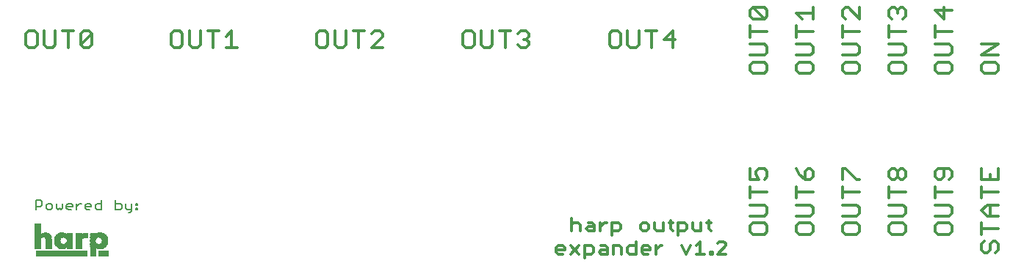
<source format=gbr>
G04 EAGLE Gerber RS-274X export*
G75*
%MOMM*%
%FSLAX34Y34*%
%LPD*%
%INSilkscreen Top*%
%IPPOS*%
%AMOC8*
5,1,8,0,0,1.08239X$1,22.5*%
G01*
%ADD10C,0.355600*%
%ADD11R,0.631700X0.011488*%
%ADD12R,5.973000X0.011488*%
%ADD13R,5.973000X0.011475*%
%ADD14R,0.631700X0.011475*%
%ADD15R,1.114200X0.011475*%
%ADD16R,1.114200X0.011488*%
%ADD17R,5.973000X0.011481*%
%ADD18R,0.631700X0.011481*%
%ADD19R,1.114200X0.011481*%
%ADD20R,0.149400X0.011488*%
%ADD21R,0.149300X0.011488*%
%ADD22R,0.034400X0.011488*%
%ADD23R,0.057400X0.011488*%
%ADD24R,0.046000X0.011488*%
%ADD25R,0.034500X0.011488*%
%ADD26R,0.321700X0.011481*%
%ADD27R,0.321600X0.011481*%
%ADD28R,0.022900X0.011481*%
%ADD29R,0.023000X0.011481*%
%ADD30R,0.425000X0.011488*%
%ADD31R,0.023000X0.011488*%
%ADD32R,0.011500X0.011488*%
%ADD33R,0.022900X0.011488*%
%ADD34R,0.505400X0.011488*%
%ADD35R,0.011400X0.011488*%
%ADD36R,0.574300X0.011475*%
%ADD37R,0.574400X0.011475*%
%ADD38R,0.011500X0.011475*%
%ADD39R,0.022900X0.011475*%
%ADD40R,0.620300X0.011488*%
%ADD41R,0.631800X0.011488*%
%ADD42R,0.620200X0.011488*%
%ADD43R,0.677700X0.011488*%
%ADD44R,0.689200X0.011488*%
%ADD45R,0.620300X0.011475*%
%ADD46R,0.723600X0.011475*%
%ADD47R,0.631800X0.011475*%
%ADD48R,0.620200X0.011475*%
%ADD49R,0.746600X0.011475*%
%ADD50R,0.011400X0.011475*%
%ADD51R,0.769600X0.011488*%
%ADD52R,0.781000X0.011488*%
%ADD53R,0.620300X0.011481*%
%ADD54R,0.815600X0.011481*%
%ADD55R,0.631800X0.011481*%
%ADD56R,0.620200X0.011481*%
%ADD57R,0.815500X0.011481*%
%ADD58R,0.011500X0.011481*%
%ADD59R,0.011400X0.011481*%
%ADD60R,0.838500X0.011488*%
%ADD61R,0.861500X0.011488*%
%ADD62R,0.884400X0.011488*%
%ADD63R,0.896000X0.011488*%
%ADD64R,0.918900X0.011481*%
%ADD65R,0.930400X0.011481*%
%ADD66R,0.941900X0.011488*%
%ADD67R,0.964900X0.011488*%
%ADD68R,0.976400X0.011488*%
%ADD69R,0.987800X0.011488*%
%ADD70R,0.999300X0.011475*%
%ADD71R,1.010800X0.011475*%
%ADD72R,1.022300X0.011488*%
%ADD73R,1.045300X0.011488*%
%ADD74R,1.068200X0.011488*%
%ADD75R,1.079700X0.011475*%
%ADD76R,1.091200X0.011475*%
%ADD77R,1.102700X0.011488*%
%ADD78R,1.125700X0.011488*%
%ADD79R,1.768900X0.011488*%
%ADD80R,1.137100X0.011481*%
%ADD81R,1.780400X0.011481*%
%ADD82R,1.791900X0.011488*%
%ADD83R,1.803400X0.011488*%
%ADD84R,1.814800X0.011488*%
%ADD85R,1.814900X0.011481*%
%ADD86R,1.826300X0.011481*%
%ADD87R,1.826400X0.011488*%
%ADD88R,1.826300X0.011488*%
%ADD89R,1.837900X0.011475*%
%ADD90R,1.837800X0.011475*%
%ADD91R,1.849400X0.011488*%
%ADD92R,1.849300X0.011488*%
%ADD93R,1.860800X0.011488*%
%ADD94R,1.860800X0.011475*%
%ADD95R,1.872300X0.011475*%
%ADD96R,1.872300X0.011488*%
%ADD97R,1.883800X0.011488*%
%ADD98R,1.895300X0.011488*%
%ADD99R,1.895300X0.011481*%
%ADD100R,1.906800X0.011488*%
%ADD101R,1.906700X0.011488*%
%ADD102R,1.918200X0.011488*%
%ADD103R,1.918300X0.011481*%
%ADD104R,1.918200X0.011481*%
%ADD105R,1.929800X0.011488*%
%ADD106R,1.929700X0.011488*%
%ADD107R,1.941300X0.011481*%
%ADD108R,1.941200X0.011481*%
%ADD109R,1.941300X0.011488*%
%ADD110R,1.952700X0.011488*%
%ADD111R,1.952700X0.011475*%
%ADD112R,1.964200X0.011475*%
%ADD113R,1.964200X0.011488*%
%ADD114R,1.975700X0.011488*%
%ADD115R,1.975700X0.011475*%
%ADD116R,1.987100X0.011488*%
%ADD117R,1.987200X0.011481*%
%ADD118R,1.987100X0.011481*%
%ADD119R,0.907400X0.011488*%
%ADD120R,0.930400X0.011488*%
%ADD121R,0.895900X0.011488*%
%ADD122R,0.057500X0.011488*%
%ADD123R,0.850000X0.011488*%
%ADD124R,0.827000X0.011481*%
%ADD125R,0.861500X0.011481*%
%ADD126R,0.850000X0.011481*%
%ADD127R,0.804100X0.011488*%
%ADD128R,0.838600X0.011488*%
%ADD129R,0.827000X0.011488*%
%ADD130R,0.804000X0.011488*%
%ADD131R,0.792600X0.011488*%
%ADD132R,0.815600X0.011488*%
%ADD133R,0.815500X0.011488*%
%ADD134R,0.792500X0.011488*%
%ADD135R,0.781100X0.011475*%
%ADD136R,0.792600X0.011475*%
%ADD137R,0.769600X0.011475*%
%ADD138R,0.781100X0.011488*%
%ADD139R,0.758100X0.011488*%
%ADD140R,0.746700X0.011475*%
%ADD141R,0.735100X0.011475*%
%ADD142R,0.746600X0.011488*%
%ADD143R,0.735200X0.011488*%
%ADD144R,0.735100X0.011488*%
%ADD145R,0.723700X0.011488*%
%ADD146R,0.723600X0.011488*%
%ADD147R,0.723600X0.011481*%
%ADD148R,0.712200X0.011481*%
%ADD149R,0.712100X0.011481*%
%ADD150R,0.723700X0.011481*%
%ADD151R,0.712100X0.011488*%
%ADD152R,0.700700X0.011488*%
%ADD153R,0.712200X0.011488*%
%ADD154R,0.700600X0.011488*%
%ADD155R,0.689200X0.011481*%
%ADD156R,0.700700X0.011481*%
%ADD157R,0.689200X0.011475*%
%ADD158R,0.666300X0.011475*%
%ADD159R,0.666200X0.011475*%
%ADD160R,0.666300X0.011488*%
%ADD161R,0.666200X0.011488*%
%ADD162R,0.654800X0.011488*%
%ADD163R,0.654700X0.011488*%
%ADD164R,0.677700X0.011475*%
%ADD165R,0.654800X0.011475*%
%ADD166R,0.654700X0.011475*%
%ADD167R,0.643300X0.011488*%
%ADD168R,0.643200X0.011488*%
%ADD169R,0.666200X0.011481*%
%ADD170R,0.666300X0.011481*%
%ADD171R,0.654700X0.011481*%
%ADD172R,0.654800X0.011481*%
%ADD173R,0.608800X0.011488*%
%ADD174R,0.608800X0.011475*%
%ADD175R,0.608800X0.011481*%
%ADD176R,0.643200X0.011481*%
%ADD177R,0.643200X0.011475*%
%ADD178R,0.643300X0.011481*%
%ADD179R,0.677700X0.011481*%
%ADD180R,0.700600X0.011475*%
%ADD181R,0.712100X0.011475*%
%ADD182R,0.700700X0.011475*%
%ADD183R,0.735100X0.011481*%
%ADD184R,0.769600X0.011481*%
%ADD185R,0.746700X0.011488*%
%ADD186R,0.758100X0.011481*%
%ADD187R,0.861400X0.011488*%
%ADD188R,0.068900X0.011488*%
%ADD189R,0.792600X0.011481*%
%ADD190R,0.895900X0.011481*%
%ADD191R,0.103400X0.011481*%
%ADD192R,0.792500X0.011481*%
%ADD193R,1.045200X0.011488*%
%ADD194R,0.252700X0.011488*%
%ADD195R,0.861500X0.011475*%
%ADD196R,0.896000X0.011475*%
%ADD197R,1.320900X0.011475*%
%ADD198R,0.895900X0.011475*%
%ADD199R,0.023000X0.011475*%
%ADD200R,1.320900X0.011488*%
%ADD201R,1.987200X0.011488*%
%ADD202R,0.838500X0.011475*%
%ADD203R,0.792500X0.011475*%
%ADD204R,1.987200X0.011475*%
%ADD205R,0.884500X0.011488*%
%ADD206R,0.045900X0.011488*%
%ADD207R,1.837800X0.011481*%
%ADD208R,1.975700X0.011481*%
%ADD209R,1.320900X0.011481*%
%ADD210R,1.964200X0.011481*%
%ADD211R,1.837800X0.011488*%
%ADD212R,1.952700X0.011481*%
%ADD213R,1.941200X0.011488*%
%ADD214R,1.826400X0.011475*%
%ADD215R,1.929800X0.011475*%
%ADD216R,1.929700X0.011475*%
%ADD217R,1.814900X0.011488*%
%ADD218R,1.918300X0.011488*%
%ADD219R,1.814900X0.011475*%
%ADD220R,1.906800X0.011475*%
%ADD221R,1.906700X0.011475*%
%ADD222R,1.791900X0.011481*%
%ADD223R,1.883800X0.011481*%
%ADD224R,1.780400X0.011488*%
%ADD225R,1.860800X0.011481*%
%ADD226R,1.768900X0.011475*%
%ADD227R,1.757400X0.011488*%
%ADD228R,1.114100X0.011475*%
%ADD229R,1.803400X0.011475*%
%ADD230R,1.091300X0.011488*%
%ADD231R,1.068300X0.011488*%
%ADD232R,1.137200X0.011488*%
%ADD233R,1.045300X0.011481*%
%ADD234R,1.769000X0.011481*%
%ADD235R,1.033800X0.011488*%
%ADD236R,0.597300X0.011488*%
%ADD237R,1.010800X0.011488*%
%ADD238R,1.091200X0.011488*%
%ADD239R,0.585800X0.011488*%
%ADD240R,0.987800X0.011481*%
%ADD241R,1.068200X0.011481*%
%ADD242R,0.574300X0.011481*%
%ADD243R,0.964800X0.011488*%
%ADD244R,0.562800X0.011488*%
%ADD245R,0.941800X0.011488*%
%ADD246R,0.551300X0.011488*%
%ADD247R,0.999300X0.011488*%
%ADD248R,0.907500X0.011481*%
%ADD249R,0.987900X0.011481*%
%ADD250R,0.539900X0.011481*%
%ADD251R,0.964900X0.011481*%
%ADD252R,0.953400X0.011488*%
%ADD253R,0.528400X0.011488*%
%ADD254R,0.907500X0.011488*%
%ADD255R,0.815500X0.011475*%
%ADD256R,0.884400X0.011475*%
%ADD257R,0.493900X0.011475*%
%ADD258R,0.873000X0.011475*%
%ADD259R,0.470900X0.011488*%
%ADD260R,0.448000X0.011488*%
%ADD261R,0.425000X0.011475*%
%ADD262R,0.402000X0.011488*%
%ADD263R,0.608700X0.011481*%
%ADD264R,0.689100X0.011481*%
%ADD265R,0.367600X0.011481*%
%ADD266R,0.551400X0.011488*%
%ADD267R,0.333100X0.011488*%
%ADD268R,0.482400X0.011488*%
%ADD269R,0.574300X0.011488*%
%ADD270R,0.287200X0.011488*%
%ADD271R,0.562900X0.011488*%
%ADD272R,0.402100X0.011481*%
%ADD273R,0.493900X0.011481*%
%ADD274R,0.229700X0.011481*%
%ADD275R,0.482400X0.011481*%
%ADD276R,0.264100X0.011488*%
%ADD277R,0.413500X0.011488*%
%ADD278R,0.402100X0.011488*%
%ADD279R,0.310200X0.011488*%
%ADD280R,0.298600X0.011488*%
%ADD281R,0.091900X0.011475*%
%ADD282R,0.057400X0.011475*%
%ADD283R,0.068900X0.011475*%
%ADD284R,0.057500X0.011475*%
%ADD285C,0.203200*%
%ADD286C,0.330200*%


D10*
X114900Y292539D02*
X108460Y292539D01*
X105240Y289318D01*
X105240Y276438D01*
X108460Y273218D01*
X114900Y273218D01*
X118120Y276438D01*
X118120Y289318D01*
X114900Y292539D01*
X126289Y292539D02*
X126289Y276438D01*
X129509Y273218D01*
X135949Y273218D01*
X139169Y276438D01*
X139169Y292539D01*
X153778Y292539D02*
X153778Y273218D01*
X147338Y292539D02*
X160218Y292539D01*
X168387Y289318D02*
X168387Y276438D01*
X168387Y289318D02*
X171607Y292539D01*
X178047Y292539D01*
X181268Y289318D01*
X181268Y276438D01*
X178047Y273218D01*
X171607Y273218D01*
X168387Y276438D01*
X181268Y289318D01*
X780900Y292539D02*
X787340Y292539D01*
X780900Y292539D02*
X777680Y289318D01*
X777680Y276438D01*
X780900Y273218D01*
X787340Y273218D01*
X790560Y276438D01*
X790560Y289318D01*
X787340Y292539D01*
X798729Y292539D02*
X798729Y276438D01*
X801949Y273218D01*
X808389Y273218D01*
X811609Y276438D01*
X811609Y292539D01*
X826218Y292539D02*
X826218Y273218D01*
X819778Y292539D02*
X832658Y292539D01*
X850487Y292539D02*
X850487Y273218D01*
X840827Y282878D02*
X850487Y292539D01*
X853708Y282878D02*
X840827Y282878D01*
X282420Y292539D02*
X275980Y292539D01*
X272760Y289318D01*
X272760Y276438D01*
X275980Y273218D01*
X282420Y273218D01*
X285640Y276438D01*
X285640Y289318D01*
X282420Y292539D01*
X293809Y292539D02*
X293809Y276438D01*
X297029Y273218D01*
X303469Y273218D01*
X306689Y276438D01*
X306689Y292539D01*
X321298Y292539D02*
X321298Y273218D01*
X314858Y292539D02*
X327738Y292539D01*
X335907Y286098D02*
X342347Y292539D01*
X342347Y273218D01*
X335907Y273218D02*
X348788Y273218D01*
X443620Y292539D02*
X450060Y292539D01*
X443620Y292539D02*
X440400Y289318D01*
X440400Y276438D01*
X443620Y273218D01*
X450060Y273218D01*
X453280Y276438D01*
X453280Y289318D01*
X450060Y292539D01*
X461449Y292539D02*
X461449Y276438D01*
X464669Y273218D01*
X471109Y273218D01*
X474329Y276438D01*
X474329Y292539D01*
X488938Y292539D02*
X488938Y273218D01*
X482498Y292539D02*
X495378Y292539D01*
X503547Y273218D02*
X516428Y273218D01*
X516428Y286098D02*
X503547Y273218D01*
X516428Y286098D02*
X516428Y289318D01*
X513207Y292539D01*
X506767Y292539D01*
X503547Y289318D01*
X612260Y292539D02*
X618700Y292539D01*
X612260Y292539D02*
X609040Y289318D01*
X609040Y276438D01*
X612260Y273218D01*
X618700Y273218D01*
X621920Y276438D01*
X621920Y289318D01*
X618700Y292539D01*
X630089Y292539D02*
X630089Y276438D01*
X633309Y273218D01*
X639749Y273218D01*
X642969Y276438D01*
X642969Y292539D01*
X657578Y292539D02*
X657578Y273218D01*
X651138Y292539D02*
X664018Y292539D01*
X672187Y289318D02*
X675407Y292539D01*
X681847Y292539D01*
X685068Y289318D01*
X685068Y286098D01*
X681847Y282878D01*
X678627Y282878D01*
X681847Y282878D02*
X685068Y279658D01*
X685068Y276438D01*
X681847Y273218D01*
X675407Y273218D01*
X672187Y276438D01*
X1206792Y46102D02*
X1210012Y49322D01*
X1206792Y46102D02*
X1206792Y39662D01*
X1210012Y36442D01*
X1213232Y36442D01*
X1216452Y39662D01*
X1216452Y46102D01*
X1219672Y49322D01*
X1222892Y49322D01*
X1226112Y46102D01*
X1226112Y39662D01*
X1222892Y36442D01*
X1226112Y63931D02*
X1206792Y63931D01*
X1206792Y57491D02*
X1206792Y70372D01*
X1213232Y78540D02*
X1226112Y78540D01*
X1213232Y78540D02*
X1206792Y84981D01*
X1213232Y91421D01*
X1226112Y91421D01*
X1216452Y91421D02*
X1216452Y78540D01*
X1226112Y106030D02*
X1206792Y106030D01*
X1206792Y99590D02*
X1206792Y112470D01*
X1206792Y120639D02*
X1206792Y133519D01*
X1206792Y120639D02*
X1226112Y120639D01*
X1226112Y133519D01*
X1216452Y127079D02*
X1216452Y120639D01*
X1206792Y246508D02*
X1206792Y252948D01*
X1206792Y246508D02*
X1210012Y243288D01*
X1222892Y243288D01*
X1226112Y246508D01*
X1226112Y252948D01*
X1222892Y256168D01*
X1210012Y256168D01*
X1206792Y252948D01*
X1206792Y264337D02*
X1226112Y264337D01*
X1226112Y277218D02*
X1206792Y264337D01*
X1206792Y277218D02*
X1226112Y277218D01*
X1153452Y67152D02*
X1153452Y60711D01*
X1156672Y57491D01*
X1169552Y57491D01*
X1172772Y60711D01*
X1172772Y67152D01*
X1169552Y70372D01*
X1156672Y70372D01*
X1153452Y67152D01*
X1153452Y78540D02*
X1169552Y78540D01*
X1172772Y81761D01*
X1172772Y88201D01*
X1169552Y91421D01*
X1153452Y91421D01*
X1153452Y106030D02*
X1172772Y106030D01*
X1153452Y99590D02*
X1153452Y112470D01*
X1169552Y120639D02*
X1172772Y123859D01*
X1172772Y130299D01*
X1169552Y133519D01*
X1156672Y133519D01*
X1153452Y130299D01*
X1153452Y123859D01*
X1156672Y120639D01*
X1159892Y120639D01*
X1163112Y123859D01*
X1163112Y133519D01*
X1153452Y246508D02*
X1153452Y252948D01*
X1153452Y246508D02*
X1156672Y243288D01*
X1169552Y243288D01*
X1172772Y246508D01*
X1172772Y252948D01*
X1169552Y256168D01*
X1156672Y256168D01*
X1153452Y252948D01*
X1153452Y264337D02*
X1169552Y264337D01*
X1172772Y267557D01*
X1172772Y273997D01*
X1169552Y277218D01*
X1153452Y277218D01*
X1153452Y291827D02*
X1172772Y291827D01*
X1153452Y285386D02*
X1153452Y298267D01*
X1153452Y316096D02*
X1172772Y316096D01*
X1163112Y306436D02*
X1153452Y316096D01*
X1163112Y319316D02*
X1163112Y306436D01*
X1100112Y67152D02*
X1100112Y60711D01*
X1103332Y57491D01*
X1116212Y57491D01*
X1119432Y60711D01*
X1119432Y67152D01*
X1116212Y70372D01*
X1103332Y70372D01*
X1100112Y67152D01*
X1100112Y78540D02*
X1116212Y78540D01*
X1119432Y81761D01*
X1119432Y88201D01*
X1116212Y91421D01*
X1100112Y91421D01*
X1100112Y106030D02*
X1119432Y106030D01*
X1100112Y99590D02*
X1100112Y112470D01*
X1103332Y120639D02*
X1100112Y123859D01*
X1100112Y130299D01*
X1103332Y133519D01*
X1106552Y133519D01*
X1109772Y130299D01*
X1112992Y133519D01*
X1116212Y133519D01*
X1119432Y130299D01*
X1119432Y123859D01*
X1116212Y120639D01*
X1112992Y120639D01*
X1109772Y123859D01*
X1106552Y120639D01*
X1103332Y120639D01*
X1109772Y123859D02*
X1109772Y130299D01*
X1100112Y246508D02*
X1100112Y252948D01*
X1100112Y246508D02*
X1103332Y243288D01*
X1116212Y243288D01*
X1119432Y246508D01*
X1119432Y252948D01*
X1116212Y256168D01*
X1103332Y256168D01*
X1100112Y252948D01*
X1100112Y264337D02*
X1116212Y264337D01*
X1119432Y267557D01*
X1119432Y273997D01*
X1116212Y277218D01*
X1100112Y277218D01*
X1100112Y291827D02*
X1119432Y291827D01*
X1100112Y285386D02*
X1100112Y298267D01*
X1103332Y306436D02*
X1100112Y309656D01*
X1100112Y316096D01*
X1103332Y319316D01*
X1106552Y319316D01*
X1109772Y316096D01*
X1109772Y312876D01*
X1109772Y316096D02*
X1112992Y319316D01*
X1116212Y319316D01*
X1119432Y316096D01*
X1119432Y309656D01*
X1116212Y306436D01*
X1046812Y67152D02*
X1046812Y60711D01*
X1050032Y57491D01*
X1062912Y57491D01*
X1066132Y60711D01*
X1066132Y67152D01*
X1062912Y70372D01*
X1050032Y70372D01*
X1046812Y67152D01*
X1046812Y78540D02*
X1062912Y78540D01*
X1066132Y81761D01*
X1066132Y88201D01*
X1062912Y91421D01*
X1046812Y91421D01*
X1046812Y106030D02*
X1066132Y106030D01*
X1046812Y99590D02*
X1046812Y112470D01*
X1046812Y120639D02*
X1046812Y133519D01*
X1050032Y133519D01*
X1062912Y120639D01*
X1066132Y120639D01*
X1046812Y246508D02*
X1046812Y252948D01*
X1046812Y246508D02*
X1050032Y243288D01*
X1062912Y243288D01*
X1066132Y246508D01*
X1066132Y252948D01*
X1062912Y256168D01*
X1050032Y256168D01*
X1046812Y252948D01*
X1046812Y264337D02*
X1062912Y264337D01*
X1066132Y267557D01*
X1066132Y273997D01*
X1062912Y277218D01*
X1046812Y277218D01*
X1046812Y291827D02*
X1066132Y291827D01*
X1046812Y285386D02*
X1046812Y298267D01*
X1066132Y306436D02*
X1066132Y319316D01*
X1066132Y306436D02*
X1053252Y319316D01*
X1050032Y319316D01*
X1046812Y316096D01*
X1046812Y309656D01*
X1050032Y306436D01*
X993512Y67152D02*
X993512Y60711D01*
X996732Y57491D01*
X1009612Y57491D01*
X1012832Y60711D01*
X1012832Y67152D01*
X1009612Y70372D01*
X996732Y70372D01*
X993512Y67152D01*
X993512Y78540D02*
X1009612Y78540D01*
X1012832Y81761D01*
X1012832Y88201D01*
X1009612Y91421D01*
X993512Y91421D01*
X993512Y106030D02*
X1012832Y106030D01*
X993512Y99590D02*
X993512Y112470D01*
X996732Y127079D02*
X993512Y133519D01*
X996732Y127079D02*
X1003172Y120639D01*
X1009612Y120639D01*
X1012832Y123859D01*
X1012832Y130299D01*
X1009612Y133519D01*
X1006392Y133519D01*
X1003172Y130299D01*
X1003172Y120639D01*
X993512Y246508D02*
X993512Y252948D01*
X993512Y246508D02*
X996732Y243288D01*
X1009612Y243288D01*
X1012832Y246508D01*
X1012832Y252948D01*
X1009612Y256168D01*
X996732Y256168D01*
X993512Y252948D01*
X993512Y264337D02*
X1009612Y264337D01*
X1012832Y267557D01*
X1012832Y273997D01*
X1009612Y277218D01*
X993512Y277218D01*
X993512Y291827D02*
X1012832Y291827D01*
X993512Y285386D02*
X993512Y298267D01*
X999952Y306436D02*
X993512Y312876D01*
X1012832Y312876D01*
X1012832Y306436D02*
X1012832Y319316D01*
X940212Y67152D02*
X940212Y60711D01*
X943432Y57491D01*
X956312Y57491D01*
X959532Y60711D01*
X959532Y67152D01*
X956312Y70372D01*
X943432Y70372D01*
X940212Y67152D01*
X940212Y78540D02*
X956312Y78540D01*
X959532Y81761D01*
X959532Y88201D01*
X956312Y91421D01*
X940212Y91421D01*
X940212Y106030D02*
X959532Y106030D01*
X940212Y99590D02*
X940212Y112470D01*
X940212Y120639D02*
X940212Y133519D01*
X940212Y120639D02*
X949872Y120639D01*
X946652Y127079D01*
X946652Y130299D01*
X949872Y133519D01*
X956312Y133519D01*
X959532Y130299D01*
X959532Y123859D01*
X956312Y120639D01*
X940212Y246508D02*
X940212Y252948D01*
X940212Y246508D02*
X943432Y243288D01*
X956312Y243288D01*
X959532Y246508D01*
X959532Y252948D01*
X956312Y256168D01*
X943432Y256168D01*
X940212Y252948D01*
X940212Y264337D02*
X956312Y264337D01*
X959532Y267557D01*
X959532Y273997D01*
X956312Y277218D01*
X940212Y277218D01*
X940212Y291827D02*
X959532Y291827D01*
X940212Y285386D02*
X940212Y298267D01*
X943432Y306436D02*
X956312Y306436D01*
X943432Y306436D02*
X940212Y309656D01*
X940212Y316096D01*
X943432Y319316D01*
X956312Y319316D01*
X959532Y316096D01*
X959532Y309656D01*
X956312Y306436D01*
X943432Y319316D01*
D11*
X182473Y31845D03*
D12*
X146118Y31960D03*
D11*
X182473Y31960D03*
D13*
X146118Y32075D03*
D14*
X182473Y32075D03*
D15*
X194648Y32075D03*
D12*
X146118Y32190D03*
D11*
X182473Y32190D03*
D16*
X194648Y32190D03*
D12*
X146118Y32305D03*
D11*
X182473Y32305D03*
D16*
X194648Y32305D03*
D13*
X146118Y32420D03*
D14*
X182473Y32420D03*
D15*
X194648Y32420D03*
D12*
X146118Y32534D03*
D11*
X182473Y32534D03*
D16*
X194648Y32534D03*
D17*
X146118Y32649D03*
D18*
X182473Y32649D03*
D19*
X194648Y32649D03*
D12*
X146118Y32764D03*
D11*
X182473Y32764D03*
D16*
X194648Y32764D03*
D12*
X146118Y32879D03*
D11*
X182473Y32879D03*
D16*
X194648Y32879D03*
D17*
X146118Y32994D03*
D18*
X182473Y32994D03*
D19*
X194648Y32994D03*
D12*
X146118Y33109D03*
D11*
X182473Y33109D03*
D16*
X194648Y33109D03*
D12*
X146118Y33224D03*
D11*
X182473Y33224D03*
D16*
X194648Y33224D03*
D13*
X146118Y33339D03*
D14*
X182473Y33339D03*
D15*
X194648Y33339D03*
D12*
X146118Y33453D03*
D11*
X182473Y33453D03*
D16*
X194648Y33453D03*
D12*
X146118Y33568D03*
D11*
X182473Y33568D03*
D16*
X194648Y33568D03*
D13*
X146118Y33683D03*
D14*
X182473Y33683D03*
D15*
X194648Y33683D03*
D12*
X146118Y33798D03*
D11*
X182473Y33798D03*
D16*
X194648Y33798D03*
D12*
X146118Y33913D03*
D11*
X182473Y33913D03*
D16*
X194648Y33913D03*
D17*
X146118Y34028D03*
D18*
X182473Y34028D03*
D19*
X194648Y34028D03*
D12*
X146118Y34143D03*
D11*
X182473Y34143D03*
D16*
X194648Y34143D03*
D12*
X146118Y34257D03*
D11*
X182473Y34257D03*
D16*
X194648Y34257D03*
D17*
X146118Y34372D03*
D18*
X182473Y34372D03*
D19*
X194648Y34372D03*
D12*
X146118Y34487D03*
D11*
X182473Y34487D03*
D16*
X194648Y34487D03*
D13*
X146118Y34602D03*
D14*
X182473Y34602D03*
D15*
X194648Y34602D03*
D12*
X146118Y34717D03*
D11*
X182473Y34717D03*
D16*
X194648Y34717D03*
D12*
X146118Y34832D03*
D11*
X182473Y34832D03*
D16*
X194648Y34832D03*
D13*
X146118Y34947D03*
D14*
X182473Y34947D03*
D15*
X194648Y34947D03*
D12*
X146118Y35061D03*
D11*
X182473Y35061D03*
D16*
X194648Y35061D03*
D12*
X146118Y35176D03*
D11*
X182473Y35176D03*
D16*
X194648Y35176D03*
D17*
X146118Y35291D03*
D18*
X182473Y35291D03*
D19*
X194648Y35291D03*
D12*
X146118Y35406D03*
D11*
X182473Y35406D03*
D16*
X194648Y35406D03*
D12*
X146118Y35521D03*
D11*
X182473Y35521D03*
D16*
X194648Y35521D03*
D17*
X146118Y35636D03*
D18*
X182473Y35636D03*
D19*
X194648Y35636D03*
D12*
X146118Y35751D03*
D11*
X182473Y35751D03*
D16*
X194648Y35751D03*
D12*
X146118Y35866D03*
D11*
X182473Y35866D03*
D16*
X194648Y35866D03*
D17*
X146118Y35980D03*
D18*
X182473Y35980D03*
D19*
X194648Y35980D03*
D12*
X146118Y36095D03*
D11*
X182473Y36095D03*
D16*
X194648Y36095D03*
D12*
X146118Y36210D03*
D11*
X182473Y36210D03*
D16*
X194648Y36210D03*
D13*
X146118Y36325D03*
D14*
X182473Y36325D03*
D15*
X194648Y36325D03*
D12*
X146118Y36440D03*
D11*
X182473Y36440D03*
D16*
X194648Y36440D03*
D12*
X146118Y36555D03*
D11*
X182473Y36555D03*
D16*
X194648Y36555D03*
D13*
X146118Y36670D03*
D14*
X182473Y36670D03*
D15*
X194648Y36670D03*
D12*
X146118Y36784D03*
D11*
X182473Y36784D03*
D16*
X194648Y36784D03*
D17*
X146118Y36899D03*
D18*
X182473Y36899D03*
D19*
X194648Y36899D03*
D12*
X146118Y37014D03*
D11*
X182473Y37014D03*
D16*
X194648Y37014D03*
D12*
X146118Y37129D03*
D11*
X182473Y37129D03*
D16*
X194648Y37129D03*
D17*
X146118Y37244D03*
D18*
X182473Y37244D03*
D19*
X194648Y37244D03*
D12*
X146118Y37359D03*
D11*
X182473Y37359D03*
D16*
X194648Y37359D03*
D12*
X146118Y37474D03*
D11*
X182473Y37474D03*
D16*
X194648Y37474D03*
D13*
X146118Y37589D03*
D14*
X182473Y37589D03*
D15*
X194648Y37589D03*
D11*
X182473Y37703D03*
D16*
X194648Y37703D03*
D12*
X146118Y37703D03*
D11*
X182473Y37818D03*
D16*
X194648Y37818D03*
D14*
X182473Y37933D03*
D11*
X182473Y38048D03*
X182473Y38163D03*
D18*
X182473Y38278D03*
D11*
X182473Y38393D03*
X182473Y38507D03*
D18*
X182473Y38622D03*
D11*
X182473Y38737D03*
D14*
X182473Y38852D03*
D11*
X182473Y38967D03*
X182473Y39082D03*
D14*
X182473Y39197D03*
D11*
X182473Y39311D03*
X182473Y39426D03*
D18*
X182473Y39541D03*
D11*
X182473Y39656D03*
X182473Y39771D03*
D18*
X182473Y39886D03*
D11*
X182473Y40001D03*
D20*
X147209Y40116D03*
D11*
X182473Y40116D03*
D21*
X191203Y40116D03*
D22*
X146290Y40116D03*
D23*
X148243Y40116D03*
D24*
X190226Y40116D03*
D25*
X192122Y40116D03*
D26*
X147267Y40230D03*
D18*
X182473Y40230D03*
D27*
X191145Y40230D03*
D28*
X145544Y40230D03*
X148990Y40230D03*
D29*
X189422Y40230D03*
X192868Y40230D03*
D30*
X147324Y40345D03*
D11*
X182473Y40345D03*
D30*
X191202Y40345D03*
D31*
X145084Y40345D03*
D32*
X149507Y40345D03*
D33*
X188963Y40345D03*
D32*
X193385Y40345D03*
D34*
X147267Y40460D03*
D11*
X182473Y40460D03*
D34*
X191145Y40460D03*
D32*
X144683Y40460D03*
D35*
X149851Y40460D03*
D32*
X188561Y40460D03*
D31*
X193787Y40460D03*
D36*
X147267Y40575D03*
D14*
X182473Y40575D03*
D37*
X191145Y40575D03*
D38*
X144338Y40575D03*
X150196Y40575D03*
X188216Y40575D03*
D39*
X194132Y40575D03*
D40*
X119355Y40690D03*
X131760Y40690D03*
X147267Y40690D03*
D41*
X155939Y40690D03*
D42*
X166449Y40690D03*
D11*
X182473Y40690D03*
X191203Y40690D03*
D32*
X116196Y40690D03*
X122514Y40690D03*
D35*
X128601Y40690D03*
D32*
X144108Y40690D03*
X150426Y40690D03*
X163291Y40690D03*
X169608Y40690D03*
X187987Y40690D03*
X194419Y40690D03*
D40*
X119355Y40805D03*
X131760Y40805D03*
D43*
X147210Y40805D03*
D41*
X155939Y40805D03*
D42*
X166449Y40805D03*
D11*
X182473Y40805D03*
D44*
X191145Y40805D03*
D32*
X116196Y40805D03*
X122514Y40805D03*
D35*
X128601Y40805D03*
D32*
X143764Y40805D03*
D35*
X150655Y40805D03*
D32*
X163291Y40805D03*
X169608Y40805D03*
X187642Y40805D03*
X194649Y40805D03*
D45*
X119355Y40920D03*
X131760Y40920D03*
D46*
X147209Y40920D03*
D47*
X155939Y40920D03*
D48*
X166449Y40920D03*
D14*
X182473Y40920D03*
D49*
X191202Y40920D03*
D38*
X116196Y40920D03*
X122514Y40920D03*
D50*
X128601Y40920D03*
D38*
X143534Y40920D03*
X150885Y40920D03*
X163291Y40920D03*
X169608Y40920D03*
D40*
X119355Y41034D03*
X131760Y41034D03*
D51*
X147209Y41034D03*
D41*
X155939Y41034D03*
D42*
X166449Y41034D03*
D11*
X182473Y41034D03*
D52*
X191145Y41034D03*
D32*
X116196Y41034D03*
X122514Y41034D03*
D35*
X128601Y41034D03*
D32*
X143304Y41034D03*
X151115Y41034D03*
X163291Y41034D03*
X169608Y41034D03*
X195108Y41034D03*
D53*
X119355Y41149D03*
X131760Y41149D03*
D54*
X147209Y41149D03*
D55*
X155939Y41149D03*
D56*
X166449Y41149D03*
D18*
X182473Y41149D03*
D57*
X191203Y41149D03*
D58*
X116196Y41149D03*
X122514Y41149D03*
D59*
X128601Y41149D03*
D58*
X163291Y41149D03*
X169608Y41149D03*
X187068Y41149D03*
X195338Y41149D03*
D40*
X119355Y41264D03*
X131760Y41264D03*
D60*
X147210Y41264D03*
D41*
X155939Y41264D03*
D42*
X166449Y41264D03*
D11*
X182473Y41264D03*
D61*
X191203Y41264D03*
D32*
X116196Y41264D03*
X122514Y41264D03*
D35*
X128601Y41264D03*
D32*
X142960Y41264D03*
X151460Y41264D03*
X163291Y41264D03*
X169608Y41264D03*
X195568Y41264D03*
D40*
X119355Y41379D03*
X131760Y41379D03*
D62*
X147209Y41379D03*
D41*
X155939Y41379D03*
D42*
X166449Y41379D03*
D11*
X182473Y41379D03*
D63*
X191260Y41379D03*
D32*
X116196Y41379D03*
X122514Y41379D03*
D35*
X128601Y41379D03*
D32*
X142730Y41379D03*
X163291Y41379D03*
X169608Y41379D03*
X186723Y41379D03*
D53*
X119355Y41494D03*
X131760Y41494D03*
D64*
X147152Y41494D03*
D55*
X155939Y41494D03*
D56*
X166449Y41494D03*
D18*
X182473Y41494D03*
D65*
X191202Y41494D03*
D58*
X116196Y41494D03*
X122514Y41494D03*
D59*
X128601Y41494D03*
D58*
X163291Y41494D03*
X169608Y41494D03*
X195912Y41494D03*
D40*
X119355Y41609D03*
X131760Y41609D03*
D66*
X147152Y41609D03*
D41*
X155939Y41609D03*
D42*
X166449Y41609D03*
D11*
X182473Y41609D03*
D67*
X191260Y41609D03*
D32*
X116196Y41609D03*
X122514Y41609D03*
D35*
X128601Y41609D03*
D32*
X142385Y41609D03*
X163291Y41609D03*
X169608Y41609D03*
D40*
X119355Y41724D03*
X131760Y41724D03*
D68*
X147094Y41724D03*
D41*
X155939Y41724D03*
D42*
X166449Y41724D03*
D11*
X182473Y41724D03*
D69*
X191260Y41724D03*
D32*
X116196Y41724D03*
X122514Y41724D03*
D35*
X128601Y41724D03*
D32*
X163291Y41724D03*
X169608Y41724D03*
X186264Y41724D03*
X196257Y41724D03*
D45*
X119355Y41839D03*
X131760Y41839D03*
D70*
X147095Y41839D03*
D47*
X155939Y41839D03*
D48*
X166449Y41839D03*
D14*
X182473Y41839D03*
D71*
X191260Y41839D03*
D38*
X116196Y41839D03*
X122514Y41839D03*
D50*
X128601Y41839D03*
D38*
X163291Y41839D03*
X169608Y41839D03*
X186149Y41839D03*
X196372Y41839D03*
D40*
X119355Y41953D03*
X131760Y41953D03*
D72*
X147095Y41953D03*
D41*
X155939Y41953D03*
D42*
X166449Y41953D03*
D11*
X182473Y41953D03*
D73*
X191318Y41953D03*
D32*
X116196Y41953D03*
X122514Y41953D03*
D35*
X128601Y41953D03*
D32*
X141926Y41953D03*
X163291Y41953D03*
X169608Y41953D03*
X186034Y41953D03*
D40*
X119355Y42068D03*
X131760Y42068D03*
D73*
X147095Y42068D03*
D41*
X155939Y42068D03*
D42*
X166449Y42068D03*
D11*
X182473Y42068D03*
D74*
X191317Y42068D03*
D32*
X116196Y42068D03*
X122514Y42068D03*
D35*
X128601Y42068D03*
D32*
X141811Y42068D03*
X163291Y42068D03*
X169608Y42068D03*
X185919Y42068D03*
X196716Y42068D03*
D45*
X119355Y42183D03*
X131760Y42183D03*
D75*
X147037Y42183D03*
D47*
X155939Y42183D03*
D48*
X166449Y42183D03*
D14*
X182473Y42183D03*
D76*
X191317Y42183D03*
D38*
X116196Y42183D03*
X122514Y42183D03*
D50*
X128601Y42183D03*
D38*
X163291Y42183D03*
X169608Y42183D03*
X185804Y42183D03*
X196831Y42183D03*
D40*
X119355Y42298D03*
X131760Y42298D03*
D77*
X147037Y42298D03*
D41*
X155939Y42298D03*
D42*
X166449Y42298D03*
D11*
X182473Y42298D03*
D16*
X191317Y42298D03*
D32*
X116196Y42298D03*
X122514Y42298D03*
D35*
X128601Y42298D03*
D32*
X163291Y42298D03*
X169608Y42298D03*
X185689Y42298D03*
X196946Y42298D03*
D40*
X119355Y42413D03*
X131760Y42413D03*
D78*
X147037Y42413D03*
D41*
X155939Y42413D03*
D42*
X166449Y42413D03*
D79*
X188159Y42413D03*
D32*
X116196Y42413D03*
X122514Y42413D03*
D35*
X128601Y42413D03*
D32*
X163291Y42413D03*
X169608Y42413D03*
X197061Y42413D03*
D53*
X119355Y42528D03*
X131760Y42528D03*
D80*
X146980Y42528D03*
D55*
X155939Y42528D03*
D56*
X166449Y42528D03*
D81*
X188216Y42528D03*
D58*
X116196Y42528D03*
X122514Y42528D03*
D59*
X128601Y42528D03*
D58*
X152723Y42528D03*
X163291Y42528D03*
X169608Y42528D03*
X197176Y42528D03*
D40*
X119355Y42643D03*
X131760Y42643D03*
D82*
X150139Y42643D03*
D42*
X166449Y42643D03*
D83*
X188331Y42643D03*
D32*
X116196Y42643D03*
X122514Y42643D03*
D35*
X128601Y42643D03*
D32*
X163291Y42643D03*
X169608Y42643D03*
D40*
X119355Y42757D03*
X131760Y42757D03*
D83*
X150081Y42757D03*
D42*
X166449Y42757D03*
D84*
X188388Y42757D03*
D32*
X116196Y42757D03*
X122514Y42757D03*
D35*
X128601Y42757D03*
D32*
X163291Y42757D03*
X169608Y42757D03*
D53*
X119355Y42872D03*
X131760Y42872D03*
D85*
X150024Y42872D03*
D56*
X166449Y42872D03*
D86*
X188446Y42872D03*
D58*
X116196Y42872D03*
X122514Y42872D03*
D59*
X128601Y42872D03*
D58*
X163291Y42872D03*
X169608Y42872D03*
D40*
X119355Y42987D03*
X131760Y42987D03*
D87*
X149966Y42987D03*
D42*
X166449Y42987D03*
D88*
X188446Y42987D03*
D32*
X116196Y42987D03*
X122514Y42987D03*
D35*
X128601Y42987D03*
D32*
X163291Y42987D03*
X169608Y42987D03*
X197635Y42987D03*
D45*
X119355Y43102D03*
X131760Y43102D03*
D89*
X149909Y43102D03*
D48*
X166449Y43102D03*
D90*
X188503Y43102D03*
D38*
X116196Y43102D03*
X122514Y43102D03*
D50*
X128601Y43102D03*
D38*
X163291Y43102D03*
X169608Y43102D03*
X197750Y43102D03*
D40*
X119355Y43217D03*
X131760Y43217D03*
D91*
X149851Y43217D03*
D42*
X166449Y43217D03*
D92*
X188561Y43217D03*
D32*
X116196Y43217D03*
X122514Y43217D03*
D35*
X128601Y43217D03*
D32*
X163291Y43217D03*
X169608Y43217D03*
X197865Y43217D03*
D40*
X119355Y43332D03*
X131760Y43332D03*
D93*
X149794Y43332D03*
D42*
X166449Y43332D03*
D93*
X188618Y43332D03*
D32*
X116196Y43332D03*
X122514Y43332D03*
D35*
X128601Y43332D03*
D32*
X163291Y43332D03*
X169608Y43332D03*
D45*
X119355Y43447D03*
X131760Y43447D03*
D94*
X149794Y43447D03*
D48*
X166449Y43447D03*
D95*
X188676Y43447D03*
D38*
X116196Y43447D03*
X122514Y43447D03*
D50*
X128601Y43447D03*
D38*
X140433Y43447D03*
X163291Y43447D03*
X169608Y43447D03*
D40*
X119355Y43561D03*
X131760Y43561D03*
D96*
X149737Y43561D03*
D42*
X166449Y43561D03*
D97*
X188733Y43561D03*
D32*
X116196Y43561D03*
X122514Y43561D03*
D35*
X128601Y43561D03*
D32*
X140318Y43561D03*
X163291Y43561D03*
X169608Y43561D03*
D40*
X119355Y43676D03*
X131760Y43676D03*
D97*
X149679Y43676D03*
D42*
X166449Y43676D03*
D98*
X188791Y43676D03*
D32*
X116196Y43676D03*
X122514Y43676D03*
D35*
X128601Y43676D03*
D32*
X140203Y43676D03*
X163291Y43676D03*
X169608Y43676D03*
D53*
X119355Y43791D03*
X131760Y43791D03*
D99*
X149622Y43791D03*
D56*
X166449Y43791D03*
D99*
X188791Y43791D03*
D58*
X116196Y43791D03*
X122514Y43791D03*
D59*
X128601Y43791D03*
D58*
X163291Y43791D03*
X169608Y43791D03*
D59*
X198324Y43791D03*
D40*
X119355Y43906D03*
X131760Y43906D03*
D100*
X149564Y43906D03*
D42*
X166449Y43906D03*
D101*
X188848Y43906D03*
D32*
X116196Y43906D03*
X122514Y43906D03*
D35*
X128601Y43906D03*
D32*
X163291Y43906D03*
X169608Y43906D03*
D40*
X119355Y44021D03*
X131760Y44021D03*
D100*
X149564Y44021D03*
D42*
X166449Y44021D03*
D102*
X188905Y44021D03*
D32*
X116196Y44021D03*
X122514Y44021D03*
D35*
X128601Y44021D03*
D32*
X139973Y44021D03*
X163291Y44021D03*
X169608Y44021D03*
D53*
X119355Y44136D03*
X131760Y44136D03*
D103*
X149507Y44136D03*
D56*
X166449Y44136D03*
D104*
X188905Y44136D03*
D58*
X116196Y44136D03*
X122514Y44136D03*
D59*
X128601Y44136D03*
D58*
X163291Y44136D03*
X169608Y44136D03*
X198554Y44136D03*
D40*
X119355Y44251D03*
X131760Y44251D03*
D105*
X149449Y44251D03*
D42*
X166449Y44251D03*
D106*
X188963Y44251D03*
D32*
X116196Y44251D03*
X122514Y44251D03*
D35*
X128601Y44251D03*
D32*
X163291Y44251D03*
X169608Y44251D03*
D40*
X119355Y44366D03*
X131760Y44366D03*
D105*
X149449Y44366D03*
D42*
X166449Y44366D03*
D106*
X188963Y44366D03*
D32*
X116196Y44366D03*
X122514Y44366D03*
D35*
X128601Y44366D03*
D32*
X139743Y44366D03*
X163291Y44366D03*
X169608Y44366D03*
X198669Y44366D03*
D53*
X119355Y44480D03*
X131760Y44480D03*
D107*
X149392Y44480D03*
D56*
X166449Y44480D03*
D108*
X189020Y44480D03*
D58*
X116196Y44480D03*
X122514Y44480D03*
D59*
X128601Y44480D03*
D58*
X163291Y44480D03*
X169608Y44480D03*
X198784Y44480D03*
D40*
X119355Y44595D03*
X131760Y44595D03*
D109*
X149392Y44595D03*
D42*
X166449Y44595D03*
D110*
X189078Y44595D03*
D32*
X116196Y44595D03*
X122514Y44595D03*
D35*
X128601Y44595D03*
X139628Y44595D03*
D32*
X163291Y44595D03*
X169608Y44595D03*
D40*
X119355Y44710D03*
X131760Y44710D03*
D110*
X149335Y44710D03*
D42*
X166449Y44710D03*
D110*
X189078Y44710D03*
D32*
X116196Y44710D03*
X122514Y44710D03*
D35*
X128601Y44710D03*
D32*
X163291Y44710D03*
X169608Y44710D03*
X198899Y44710D03*
D45*
X119355Y44825D03*
X131760Y44825D03*
D111*
X149335Y44825D03*
D48*
X166449Y44825D03*
D112*
X189135Y44825D03*
D38*
X116196Y44825D03*
X122514Y44825D03*
D50*
X128601Y44825D03*
D38*
X139514Y44825D03*
X163291Y44825D03*
X169608Y44825D03*
D40*
X119355Y44940D03*
X131760Y44940D03*
D113*
X149277Y44940D03*
D42*
X166449Y44940D03*
D113*
X189135Y44940D03*
D32*
X116196Y44940D03*
X122514Y44940D03*
D35*
X128601Y44940D03*
D32*
X163291Y44940D03*
X169608Y44940D03*
X199014Y44940D03*
D40*
X119355Y45055D03*
X131760Y45055D03*
D113*
X149277Y45055D03*
D42*
X166449Y45055D03*
D114*
X189193Y45055D03*
D32*
X116196Y45055D03*
X122514Y45055D03*
D35*
X128601Y45055D03*
D32*
X139399Y45055D03*
X163291Y45055D03*
X169608Y45055D03*
D45*
X119355Y45170D03*
X131760Y45170D03*
D115*
X149220Y45170D03*
D48*
X166449Y45170D03*
D115*
X189193Y45170D03*
D38*
X116196Y45170D03*
X122514Y45170D03*
D50*
X128601Y45170D03*
D38*
X163291Y45170D03*
X169608Y45170D03*
D50*
X199128Y45170D03*
D40*
X119355Y45284D03*
X131760Y45284D03*
D114*
X149220Y45284D03*
D42*
X166449Y45284D03*
D116*
X189250Y45284D03*
D32*
X116196Y45284D03*
X122514Y45284D03*
D35*
X128601Y45284D03*
D32*
X139284Y45284D03*
X163291Y45284D03*
X169608Y45284D03*
D53*
X119355Y45399D03*
X131760Y45399D03*
D117*
X149162Y45399D03*
D56*
X166449Y45399D03*
D118*
X189250Y45399D03*
D58*
X116196Y45399D03*
X122514Y45399D03*
D59*
X128601Y45399D03*
D58*
X163291Y45399D03*
X169608Y45399D03*
X199243Y45399D03*
D40*
X119355Y45514D03*
X131760Y45514D03*
D119*
X143763Y45514D03*
D66*
X154389Y45514D03*
D42*
X166449Y45514D03*
D120*
X183966Y45514D03*
D121*
X194821Y45514D03*
D32*
X116196Y45514D03*
X122514Y45514D03*
D35*
X128601Y45514D03*
D32*
X139169Y45514D03*
D24*
X148530Y45514D03*
D122*
X149392Y45514D03*
D32*
X163291Y45514D03*
X169608Y45514D03*
D22*
X188790Y45514D03*
D31*
X190226Y45514D03*
D40*
X119355Y45629D03*
X131760Y45629D03*
D61*
X143419Y45629D03*
D63*
X154618Y45629D03*
D42*
X166449Y45629D03*
D62*
X183736Y45629D03*
D123*
X195050Y45629D03*
D32*
X116196Y45629D03*
X122514Y45629D03*
D35*
X128601Y45629D03*
D31*
X147841Y45629D03*
D32*
X150081Y45629D03*
X163291Y45629D03*
X169608Y45629D03*
D31*
X188273Y45629D03*
D32*
X190743Y45629D03*
D53*
X119355Y45744D03*
X131760Y45744D03*
D124*
X143246Y45744D03*
D125*
X154791Y45744D03*
D56*
X166449Y45744D03*
D126*
X183564Y45744D03*
D57*
X195223Y45744D03*
D58*
X116196Y45744D03*
X122514Y45744D03*
D59*
X128601Y45744D03*
D58*
X139054Y45744D03*
X147439Y45744D03*
X150426Y45744D03*
X163291Y45744D03*
X169608Y45744D03*
X187872Y45744D03*
D29*
X191030Y45744D03*
D58*
X199358Y45744D03*
D40*
X119355Y45859D03*
X131760Y45859D03*
D127*
X143132Y45859D03*
D128*
X154905Y45859D03*
D42*
X166449Y45859D03*
D129*
X183449Y45859D03*
D130*
X195395Y45859D03*
D32*
X116196Y45859D03*
X122514Y45859D03*
D35*
X128601Y45859D03*
D32*
X139054Y45859D03*
X147210Y45859D03*
D35*
X150655Y45859D03*
D32*
X163291Y45859D03*
X169608Y45859D03*
X187642Y45859D03*
X191318Y45859D03*
D40*
X119355Y45974D03*
X131760Y45974D03*
D131*
X142959Y45974D03*
D132*
X155020Y45974D03*
D42*
X166449Y45974D03*
D133*
X183392Y45974D03*
D134*
X195453Y45974D03*
D32*
X116196Y45974D03*
X122514Y45974D03*
D35*
X128601Y45974D03*
D32*
X146980Y45974D03*
X150885Y45974D03*
X163291Y45974D03*
X169608Y45974D03*
D45*
X119355Y46089D03*
X131760Y46089D03*
D135*
X142902Y46089D03*
D136*
X155135Y46089D03*
D48*
X166449Y46089D03*
D136*
X183277Y46089D03*
D137*
X195567Y46089D03*
D38*
X116196Y46089D03*
X122514Y46089D03*
D50*
X128601Y46089D03*
D38*
X138939Y46089D03*
X151115Y46089D03*
X163291Y46089D03*
X169608Y46089D03*
X191662Y46089D03*
X199473Y46089D03*
D40*
X119355Y46203D03*
X131760Y46203D03*
D51*
X142729Y46203D03*
D138*
X155193Y46203D03*
D42*
X166449Y46203D03*
D138*
X183220Y46203D03*
D51*
X195682Y46203D03*
D32*
X116196Y46203D03*
X122514Y46203D03*
D35*
X128601Y46203D03*
D32*
X146635Y46203D03*
X163291Y46203D03*
X169608Y46203D03*
D40*
X119355Y46318D03*
X131760Y46318D03*
D139*
X142672Y46318D03*
X155308Y46318D03*
D42*
X166449Y46318D03*
D139*
X183105Y46318D03*
X195740Y46318D03*
D32*
X116196Y46318D03*
X122514Y46318D03*
D35*
X128601Y46318D03*
D32*
X151460Y46318D03*
X163291Y46318D03*
X169608Y46318D03*
X186953Y46318D03*
D45*
X119355Y46433D03*
X131760Y46433D03*
D140*
X142615Y46433D03*
X155365Y46433D03*
D48*
X166449Y46433D03*
D49*
X183047Y46433D03*
D141*
X195855Y46433D03*
D38*
X116196Y46433D03*
X122514Y46433D03*
D50*
X128601Y46433D03*
X138824Y46433D03*
X151574Y46433D03*
D38*
X163291Y46433D03*
X169608Y46433D03*
X186838Y46433D03*
X192122Y46433D03*
X199588Y46433D03*
D40*
X119355Y46548D03*
X131760Y46548D03*
D142*
X142500Y46548D03*
D143*
X155422Y46548D03*
D42*
X166449Y46548D03*
D144*
X182990Y46548D03*
X195970Y46548D03*
D32*
X116196Y46548D03*
X122514Y46548D03*
D35*
X128601Y46548D03*
D32*
X151689Y46548D03*
X163291Y46548D03*
X169608Y46548D03*
X186723Y46548D03*
X192237Y46548D03*
D40*
X119355Y46663D03*
X131760Y46663D03*
D144*
X142443Y46663D03*
D145*
X155480Y46663D03*
D42*
X166449Y46663D03*
D146*
X182932Y46663D03*
D145*
X196027Y46663D03*
D32*
X116196Y46663D03*
X122514Y46663D03*
D35*
X128601Y46663D03*
D32*
X163291Y46663D03*
X169608Y46663D03*
D35*
X192351Y46663D03*
D53*
X119355Y46778D03*
X131760Y46778D03*
D147*
X142385Y46778D03*
D148*
X155537Y46778D03*
D56*
X166449Y46778D03*
D149*
X182875Y46778D03*
D150*
X196027Y46778D03*
D58*
X116196Y46778D03*
X122514Y46778D03*
D59*
X128601Y46778D03*
D58*
X151919Y46778D03*
X163291Y46778D03*
X169608Y46778D03*
X186493Y46778D03*
D40*
X119355Y46893D03*
X131760Y46893D03*
D151*
X142328Y46893D03*
D152*
X155595Y46893D03*
D42*
X166449Y46893D03*
D152*
X182818Y46893D03*
D153*
X196084Y46893D03*
D32*
X116196Y46893D03*
X122514Y46893D03*
D35*
X128601Y46893D03*
D32*
X138710Y46893D03*
X152034Y46893D03*
X163291Y46893D03*
X169608Y46893D03*
D35*
X186378Y46893D03*
D32*
X199703Y46893D03*
D40*
X119355Y47007D03*
X131760Y47007D03*
D154*
X142270Y47007D03*
D44*
X155652Y47007D03*
D42*
X166449Y47007D03*
D44*
X182760Y47007D03*
D153*
X196199Y47007D03*
D32*
X116196Y47007D03*
X122514Y47007D03*
D35*
X128601Y47007D03*
D32*
X138710Y47007D03*
X145831Y47007D03*
X152149Y47007D03*
X163291Y47007D03*
X169608Y47007D03*
X186264Y47007D03*
D53*
X119355Y47122D03*
X131760Y47122D03*
D149*
X142213Y47122D03*
D155*
X155652Y47122D03*
D56*
X166449Y47122D03*
D155*
X182760Y47122D03*
D156*
X196257Y47122D03*
D58*
X116196Y47122D03*
X122514Y47122D03*
D59*
X128601Y47122D03*
D58*
X163291Y47122D03*
X169608Y47122D03*
X192696Y47122D03*
D40*
X119355Y47237D03*
X131760Y47237D03*
D154*
X142155Y47237D03*
D43*
X155710Y47237D03*
D42*
X166449Y47237D03*
D43*
X182703Y47237D03*
D152*
X196257Y47237D03*
D32*
X116196Y47237D03*
X122514Y47237D03*
D35*
X128601Y47237D03*
D32*
X163291Y47237D03*
X169608Y47237D03*
X199818Y47237D03*
D45*
X119355Y47352D03*
X131760Y47352D03*
D157*
X142098Y47352D03*
D158*
X155767Y47352D03*
D48*
X166449Y47352D03*
D159*
X182645Y47352D03*
D157*
X196314Y47352D03*
D38*
X116196Y47352D03*
X122514Y47352D03*
D50*
X128601Y47352D03*
D38*
X138595Y47352D03*
D50*
X152378Y47352D03*
D38*
X163291Y47352D03*
X169608Y47352D03*
X186034Y47352D03*
X199818Y47352D03*
D40*
X119355Y47467D03*
X131760Y47467D03*
D43*
X142041Y47467D03*
D160*
X155767Y47467D03*
D42*
X166449Y47467D03*
D161*
X182645Y47467D03*
D43*
X196372Y47467D03*
D32*
X116196Y47467D03*
X122514Y47467D03*
D35*
X128601Y47467D03*
D32*
X138595Y47467D03*
X145487Y47467D03*
X163291Y47467D03*
X169608Y47467D03*
X192926Y47467D03*
X199818Y47467D03*
D40*
X119355Y47582D03*
X131760Y47582D03*
D43*
X142041Y47582D03*
D162*
X155824Y47582D03*
D42*
X166449Y47582D03*
D163*
X182588Y47582D03*
D44*
X196429Y47582D03*
D32*
X116196Y47582D03*
X122514Y47582D03*
D35*
X128601Y47582D03*
D32*
X138595Y47582D03*
X152493Y47582D03*
X163291Y47582D03*
X169608Y47582D03*
X185919Y47582D03*
D45*
X119355Y47697D03*
X131760Y47697D03*
D164*
X141926Y47697D03*
D165*
X155824Y47697D03*
D48*
X166449Y47697D03*
D166*
X182588Y47697D03*
D164*
X196487Y47697D03*
D38*
X116196Y47697D03*
X122514Y47697D03*
D50*
X128601Y47697D03*
D38*
X145372Y47697D03*
X163291Y47697D03*
X169608Y47697D03*
X193041Y47697D03*
D40*
X119355Y47811D03*
X131760Y47811D03*
D43*
X141926Y47811D03*
D167*
X155882Y47811D03*
D42*
X166449Y47811D03*
D168*
X182530Y47811D03*
D43*
X196487Y47811D03*
D32*
X116196Y47811D03*
X122514Y47811D03*
D35*
X128601Y47811D03*
D32*
X152608Y47811D03*
X163291Y47811D03*
X169608Y47811D03*
X185804Y47811D03*
D40*
X119355Y47926D03*
X131760Y47926D03*
D161*
X141868Y47926D03*
D167*
X155882Y47926D03*
D42*
X166449Y47926D03*
D168*
X182530Y47926D03*
D160*
X196544Y47926D03*
D32*
X116196Y47926D03*
X122514Y47926D03*
D35*
X128601Y47926D03*
D32*
X145257Y47926D03*
X163291Y47926D03*
X169608Y47926D03*
D35*
X193155Y47926D03*
D53*
X119355Y48041D03*
X131760Y48041D03*
D169*
X141868Y48041D03*
D55*
X155939Y48041D03*
D56*
X166449Y48041D03*
D18*
X182473Y48041D03*
D170*
X196544Y48041D03*
D58*
X116196Y48041D03*
X122514Y48041D03*
D59*
X128601Y48041D03*
D58*
X152723Y48041D03*
X163291Y48041D03*
X169608Y48041D03*
X185689Y48041D03*
X199933Y48041D03*
D40*
X119355Y48156D03*
X131760Y48156D03*
D161*
X141868Y48156D03*
D41*
X155939Y48156D03*
D42*
X166449Y48156D03*
D11*
X182473Y48156D03*
D162*
X196601Y48156D03*
D32*
X116196Y48156D03*
X122514Y48156D03*
D35*
X128601Y48156D03*
D32*
X138480Y48156D03*
X163291Y48156D03*
X169608Y48156D03*
X193270Y48156D03*
X199933Y48156D03*
D40*
X119355Y48271D03*
X131760Y48271D03*
D163*
X141811Y48271D03*
D41*
X155939Y48271D03*
D42*
X166449Y48271D03*
D11*
X182473Y48271D03*
D162*
X196601Y48271D03*
D32*
X116196Y48271D03*
X122514Y48271D03*
D35*
X128601Y48271D03*
D32*
X138480Y48271D03*
X145142Y48271D03*
X163291Y48271D03*
X169608Y48271D03*
X193270Y48271D03*
X199933Y48271D03*
D53*
X119355Y48386D03*
X131760Y48386D03*
D171*
X141811Y48386D03*
D53*
X155997Y48386D03*
D56*
X166449Y48386D03*
D53*
X182416Y48386D03*
D172*
X196601Y48386D03*
D58*
X116196Y48386D03*
X122514Y48386D03*
D59*
X128601Y48386D03*
D58*
X138480Y48386D03*
X152838Y48386D03*
X163291Y48386D03*
X169608Y48386D03*
D59*
X185574Y48386D03*
D58*
X199933Y48386D03*
D40*
X119355Y48501D03*
X131760Y48501D03*
D163*
X141811Y48501D03*
D40*
X155997Y48501D03*
D42*
X166449Y48501D03*
D40*
X182416Y48501D03*
D160*
X196659Y48501D03*
D32*
X116196Y48501D03*
X122514Y48501D03*
D35*
X128601Y48501D03*
D32*
X138480Y48501D03*
X163291Y48501D03*
X169608Y48501D03*
D35*
X185574Y48501D03*
D40*
X119355Y48616D03*
X131760Y48616D03*
D163*
X141696Y48616D03*
D40*
X155997Y48616D03*
D42*
X166449Y48616D03*
D40*
X182416Y48616D03*
D162*
X196716Y48616D03*
D32*
X116196Y48616D03*
X122514Y48616D03*
D35*
X128601Y48616D03*
D32*
X145027Y48616D03*
X163291Y48616D03*
X169608Y48616D03*
X193385Y48616D03*
D53*
X119355Y48730D03*
X131760Y48730D03*
D171*
X141696Y48730D03*
D53*
X155997Y48730D03*
D56*
X166449Y48730D03*
D53*
X182416Y48730D03*
D172*
X196716Y48730D03*
D58*
X116196Y48730D03*
X122514Y48730D03*
D59*
X128601Y48730D03*
D58*
X145027Y48730D03*
X163291Y48730D03*
X169608Y48730D03*
X193385Y48730D03*
D40*
X119355Y48845D03*
X131760Y48845D03*
D163*
X141696Y48845D03*
D40*
X155997Y48845D03*
D42*
X166449Y48845D03*
D40*
X182416Y48845D03*
D162*
X196716Y48845D03*
D32*
X116196Y48845D03*
X122514Y48845D03*
D35*
X128601Y48845D03*
D32*
X163291Y48845D03*
X169608Y48845D03*
D40*
X119355Y48960D03*
X131760Y48960D03*
D163*
X141696Y48960D03*
D173*
X156054Y48960D03*
D42*
X166449Y48960D03*
D173*
X182358Y48960D03*
D162*
X196716Y48960D03*
D32*
X116196Y48960D03*
X122514Y48960D03*
D35*
X128601Y48960D03*
D32*
X152953Y48960D03*
X163291Y48960D03*
X169608Y48960D03*
X185460Y48960D03*
D45*
X119355Y49075D03*
X131760Y49075D03*
D166*
X141696Y49075D03*
D174*
X156054Y49075D03*
D48*
X166449Y49075D03*
D174*
X182358Y49075D03*
D165*
X196716Y49075D03*
D38*
X116196Y49075D03*
X122514Y49075D03*
D50*
X128601Y49075D03*
D38*
X152953Y49075D03*
X163291Y49075D03*
X169608Y49075D03*
X185460Y49075D03*
D40*
X119355Y49190D03*
X131760Y49190D03*
D163*
X141696Y49190D03*
D173*
X156054Y49190D03*
D11*
X166507Y49190D03*
D173*
X182358Y49190D03*
D162*
X196716Y49190D03*
D32*
X116196Y49190D03*
X122514Y49190D03*
D35*
X128601Y49190D03*
D32*
X152953Y49190D03*
X163291Y49190D03*
X185460Y49190D03*
D40*
X119355Y49305D03*
X131760Y49305D03*
D163*
X141696Y49305D03*
D173*
X156054Y49305D03*
D11*
X166507Y49305D03*
D173*
X182358Y49305D03*
D162*
X196716Y49305D03*
D32*
X116196Y49305D03*
X122514Y49305D03*
D35*
X128601Y49305D03*
D32*
X152953Y49305D03*
X163291Y49305D03*
X185460Y49305D03*
D45*
X119355Y49420D03*
X131760Y49420D03*
D166*
X141696Y49420D03*
D174*
X156054Y49420D03*
D14*
X166507Y49420D03*
D174*
X182358Y49420D03*
D165*
X196716Y49420D03*
D38*
X116196Y49420D03*
X122514Y49420D03*
D50*
X128601Y49420D03*
D38*
X152953Y49420D03*
X163291Y49420D03*
X185460Y49420D03*
D40*
X119355Y49534D03*
X131760Y49534D03*
D163*
X141696Y49534D03*
D173*
X156054Y49534D03*
D11*
X166507Y49534D03*
D173*
X182358Y49534D03*
D162*
X196716Y49534D03*
D32*
X116196Y49534D03*
X122514Y49534D03*
D35*
X128601Y49534D03*
D32*
X152953Y49534D03*
X163291Y49534D03*
X185460Y49534D03*
D53*
X119355Y49649D03*
X131760Y49649D03*
D171*
X141696Y49649D03*
D175*
X156054Y49649D03*
D18*
X166507Y49649D03*
D175*
X182358Y49649D03*
D172*
X196716Y49649D03*
D58*
X116196Y49649D03*
X122514Y49649D03*
D59*
X128601Y49649D03*
D58*
X152953Y49649D03*
X163291Y49649D03*
X185460Y49649D03*
D40*
X119355Y49764D03*
X131760Y49764D03*
D163*
X141696Y49764D03*
D173*
X156054Y49764D03*
D11*
X166507Y49764D03*
D173*
X182358Y49764D03*
D162*
X196716Y49764D03*
D32*
X116196Y49764D03*
X122514Y49764D03*
D35*
X128601Y49764D03*
D32*
X152953Y49764D03*
X163291Y49764D03*
X169723Y49764D03*
X185460Y49764D03*
D40*
X119355Y49879D03*
X131760Y49879D03*
D163*
X141696Y49879D03*
D173*
X156054Y49879D03*
D11*
X166507Y49879D03*
D173*
X182358Y49879D03*
D162*
X196716Y49879D03*
D32*
X116196Y49879D03*
X122514Y49879D03*
D35*
X128601Y49879D03*
D32*
X152953Y49879D03*
X163291Y49879D03*
X169723Y49879D03*
X185460Y49879D03*
D53*
X119355Y49994D03*
X131760Y49994D03*
D171*
X141696Y49994D03*
D175*
X156054Y49994D03*
D176*
X166564Y49994D03*
D175*
X182358Y49994D03*
D172*
X196716Y49994D03*
D58*
X116196Y49994D03*
X122514Y49994D03*
D59*
X128601Y49994D03*
D58*
X152953Y49994D03*
X163291Y49994D03*
X185460Y49994D03*
D40*
X119355Y50109D03*
X131760Y50109D03*
D163*
X141696Y50109D03*
D40*
X155997Y50109D03*
D168*
X166564Y50109D03*
D40*
X182416Y50109D03*
D162*
X196716Y50109D03*
D32*
X116196Y50109D03*
X122514Y50109D03*
D35*
X128601Y50109D03*
D32*
X163291Y50109D03*
D40*
X119355Y50224D03*
X131760Y50224D03*
D163*
X141696Y50224D03*
D40*
X155997Y50224D03*
D168*
X166564Y50224D03*
D40*
X182416Y50224D03*
D162*
X196716Y50224D03*
D32*
X116196Y50224D03*
X122514Y50224D03*
D35*
X128601Y50224D03*
D32*
X145027Y50224D03*
X163291Y50224D03*
X193385Y50224D03*
D45*
X119355Y50339D03*
X131760Y50339D03*
D166*
X141696Y50339D03*
D45*
X155997Y50339D03*
D177*
X166564Y50339D03*
D45*
X182416Y50339D03*
D165*
X196716Y50339D03*
D38*
X116196Y50339D03*
X122514Y50339D03*
D50*
X128601Y50339D03*
D38*
X145027Y50339D03*
X163291Y50339D03*
X169838Y50339D03*
X193385Y50339D03*
D40*
X119355Y50453D03*
X131760Y50453D03*
D161*
X141753Y50453D03*
D40*
X155997Y50453D03*
D163*
X166622Y50453D03*
D40*
X182416Y50453D03*
D162*
X196601Y50453D03*
D32*
X116196Y50453D03*
X122514Y50453D03*
D35*
X128601Y50453D03*
D32*
X152838Y50453D03*
X163291Y50453D03*
D35*
X185574Y50453D03*
D32*
X199933Y50453D03*
D40*
X119355Y50568D03*
D11*
X131703Y50568D03*
D163*
X141811Y50568D03*
D40*
X155997Y50568D03*
D163*
X166622Y50568D03*
D40*
X182416Y50568D03*
D162*
X196601Y50568D03*
D32*
X116196Y50568D03*
X122514Y50568D03*
X138480Y50568D03*
X152838Y50568D03*
X163291Y50568D03*
D35*
X185574Y50568D03*
D32*
X199933Y50568D03*
D45*
X119355Y50683D03*
D14*
X131703Y50683D03*
D166*
X141811Y50683D03*
D47*
X155939Y50683D03*
D166*
X166622Y50683D03*
D14*
X182473Y50683D03*
D165*
X196601Y50683D03*
D38*
X116196Y50683D03*
X122514Y50683D03*
X138480Y50683D03*
X145142Y50683D03*
X163291Y50683D03*
X169953Y50683D03*
X193270Y50683D03*
X199933Y50683D03*
D40*
X119355Y50798D03*
D11*
X131703Y50798D03*
D161*
X141868Y50798D03*
D41*
X155939Y50798D03*
D161*
X166679Y50798D03*
D11*
X182473Y50798D03*
D162*
X196601Y50798D03*
D32*
X116196Y50798D03*
X122514Y50798D03*
X138480Y50798D03*
X163291Y50798D03*
X193270Y50798D03*
X199933Y50798D03*
D41*
X119412Y50913D03*
D11*
X131703Y50913D03*
D161*
X141868Y50913D03*
D41*
X155939Y50913D03*
D161*
X166679Y50913D03*
D11*
X182473Y50913D03*
D160*
X196544Y50913D03*
D32*
X116196Y50913D03*
X152723Y50913D03*
X163291Y50913D03*
X185689Y50913D03*
D55*
X119412Y51028D03*
D18*
X131703Y51028D03*
D169*
X141868Y51028D03*
D178*
X155882Y51028D03*
D179*
X166737Y51028D03*
D176*
X182530Y51028D03*
D170*
X196544Y51028D03*
D58*
X116196Y51028D03*
X145257Y51028D03*
X163291Y51028D03*
D59*
X193155Y51028D03*
D41*
X119412Y51143D03*
D11*
X131703Y51143D03*
D43*
X141926Y51143D03*
D167*
X155882Y51143D03*
D43*
X166737Y51143D03*
D168*
X182530Y51143D03*
D43*
X196487Y51143D03*
D32*
X116196Y51143D03*
X152608Y51143D03*
X163291Y51143D03*
X185804Y51143D03*
D41*
X119412Y51257D03*
D11*
X131703Y51257D03*
D43*
X141926Y51257D03*
D162*
X155824Y51257D03*
D43*
X166737Y51257D03*
D163*
X182588Y51257D03*
D43*
X196487Y51257D03*
D32*
X116196Y51257D03*
D35*
X122628Y51257D03*
D32*
X128487Y51257D03*
X145372Y51257D03*
X163291Y51257D03*
X170183Y51257D03*
X193041Y51257D03*
D55*
X119412Y51372D03*
D18*
X131703Y51372D03*
D155*
X141983Y51372D03*
D172*
X155824Y51372D03*
D155*
X166794Y51372D03*
D171*
X182588Y51372D03*
D179*
X196372Y51372D03*
D58*
X116196Y51372D03*
D59*
X122628Y51372D03*
D58*
X128487Y51372D03*
X152493Y51372D03*
X163291Y51372D03*
X185919Y51372D03*
X199818Y51372D03*
D168*
X119469Y51487D03*
D11*
X131703Y51487D03*
D43*
X142041Y51487D03*
D160*
X155767Y51487D03*
D154*
X166851Y51487D03*
D161*
X182645Y51487D03*
D43*
X196372Y51487D03*
D32*
X116196Y51487D03*
X128487Y51487D03*
X138595Y51487D03*
X145487Y51487D03*
X163291Y51487D03*
X192926Y51487D03*
X199818Y51487D03*
D177*
X119469Y51602D03*
X131645Y51602D03*
D157*
X142098Y51602D03*
D158*
X155767Y51602D03*
D180*
X166851Y51602D03*
D159*
X182645Y51602D03*
D157*
X196314Y51602D03*
D38*
X116196Y51602D03*
X138595Y51602D03*
D50*
X152378Y51602D03*
D38*
X163291Y51602D03*
X170412Y51602D03*
X186034Y51602D03*
X199818Y51602D03*
D168*
X119469Y51717D03*
X131645Y51717D03*
D154*
X142155Y51717D03*
D43*
X155710Y51717D03*
D151*
X166909Y51717D03*
D43*
X182703Y51717D03*
D152*
X196257Y51717D03*
D32*
X116196Y51717D03*
X163291Y51717D03*
D168*
X119469Y51832D03*
X131645Y51832D03*
D151*
X142213Y51832D03*
D44*
X155652Y51832D03*
D146*
X166966Y51832D03*
D44*
X182760Y51832D03*
D152*
X196257Y51832D03*
D32*
X116196Y51832D03*
X122743Y51832D03*
X163291Y51832D03*
X192696Y51832D03*
D166*
X119527Y51947D03*
D177*
X131645Y51947D03*
D181*
X142213Y51947D03*
D182*
X155595Y51947D03*
D141*
X167024Y51947D03*
D157*
X182760Y51947D03*
D182*
X196142Y51947D03*
D38*
X116196Y51947D03*
X128372Y51947D03*
X145831Y51947D03*
X163291Y51947D03*
X186264Y51947D03*
X199703Y51947D03*
D163*
X119527Y52061D03*
X131588Y52061D03*
D151*
X142328Y52061D03*
D152*
X155595Y52061D03*
D142*
X167081Y52061D03*
D152*
X182818Y52061D03*
D153*
X196084Y52061D03*
D32*
X116196Y52061D03*
X122858Y52061D03*
X138710Y52061D03*
X152034Y52061D03*
X163291Y52061D03*
D35*
X186378Y52061D03*
D32*
X199703Y52061D03*
D161*
X119584Y52176D03*
D163*
X131588Y52176D03*
D146*
X142385Y52176D03*
D153*
X155537Y52176D03*
D139*
X167139Y52176D03*
D151*
X182875Y52176D03*
D145*
X196027Y52176D03*
D32*
X116196Y52176D03*
X151919Y52176D03*
X163291Y52176D03*
X186493Y52176D03*
D169*
X119584Y52291D03*
D171*
X131588Y52291D03*
D183*
X142443Y52291D03*
D150*
X155480Y52291D03*
D184*
X167196Y52291D03*
D147*
X182932Y52291D03*
D150*
X196027Y52291D03*
D58*
X116196Y52291D03*
X122973Y52291D03*
X128257Y52291D03*
X151804Y52291D03*
X163291Y52291D03*
D59*
X192351Y52291D03*
D43*
X119642Y52406D03*
D161*
X131530Y52406D03*
D142*
X142500Y52406D03*
D143*
X155422Y52406D03*
D52*
X167253Y52406D03*
D144*
X182990Y52406D03*
D146*
X195912Y52406D03*
D32*
X116196Y52406D03*
X151689Y52406D03*
X163291Y52406D03*
X171216Y52406D03*
X186723Y52406D03*
X192237Y52406D03*
X199588Y52406D03*
D43*
X119642Y52521D03*
D161*
X131530Y52521D03*
D185*
X142615Y52521D03*
X155365Y52521D03*
D134*
X167311Y52521D03*
D142*
X183047Y52521D03*
X195797Y52521D03*
D32*
X116196Y52521D03*
X123088Y52521D03*
D35*
X138824Y52521D03*
X151574Y52521D03*
D32*
X163291Y52521D03*
X171331Y52521D03*
X186838Y52521D03*
X199588Y52521D03*
D155*
X119699Y52636D03*
D179*
X131473Y52636D03*
D186*
X142672Y52636D03*
D184*
X155250Y52636D03*
D57*
X167426Y52636D03*
D58*
X176500Y52636D03*
D186*
X183105Y52636D03*
X195740Y52636D03*
D58*
X116196Y52636D03*
X123203Y52636D03*
X163291Y52636D03*
X171561Y52636D03*
X176385Y52636D03*
X176615Y52636D03*
X186953Y52636D03*
D152*
X119757Y52751D03*
D43*
X131473Y52751D03*
D51*
X142729Y52751D03*
D138*
X155193Y52751D03*
D60*
X167541Y52751D03*
D25*
X176385Y52751D03*
D138*
X183220Y52751D03*
D51*
X195682Y52751D03*
D32*
X116196Y52751D03*
X128027Y52751D03*
X146635Y52751D03*
X163291Y52751D03*
X171791Y52751D03*
D35*
X176155Y52751D03*
D32*
X176615Y52751D03*
X191777Y52751D03*
D153*
X119814Y52866D03*
D44*
X131415Y52866D03*
D138*
X142902Y52866D03*
D131*
X155135Y52866D03*
D187*
X167655Y52866D03*
D188*
X176213Y52866D03*
D131*
X183277Y52866D03*
D51*
X195567Y52866D03*
D32*
X116196Y52866D03*
X127912Y52866D03*
X138939Y52866D03*
X151115Y52866D03*
X163291Y52866D03*
X172020Y52866D03*
X175811Y52866D03*
X176615Y52866D03*
D35*
X187297Y52866D03*
D32*
X191662Y52866D03*
X199473Y52866D03*
D150*
X119872Y52980D03*
D155*
X131300Y52980D03*
D189*
X142959Y52980D03*
D54*
X155020Y52980D03*
D190*
X167828Y52980D03*
D191*
X176040Y52980D03*
D57*
X183392Y52980D03*
D192*
X195453Y52980D03*
D58*
X116196Y52980D03*
D59*
X127797Y52980D03*
D58*
X134804Y52980D03*
X146980Y52980D03*
X150885Y52980D03*
X163291Y52980D03*
X172365Y52980D03*
X175466Y52980D03*
X176615Y52980D03*
X187527Y52980D03*
X191433Y52980D03*
D144*
X119929Y53095D03*
D154*
X131243Y53095D03*
D132*
X143074Y53095D03*
D128*
X154905Y53095D03*
D66*
X168058Y53095D03*
D21*
X175811Y53095D03*
D60*
X183507Y53095D03*
D130*
X195280Y53095D03*
D32*
X116196Y53095D03*
X123662Y53095D03*
X134804Y53095D03*
X147210Y53095D03*
D35*
X150655Y53095D03*
D32*
X163291Y53095D03*
D33*
X172882Y53095D03*
D31*
X174949Y53095D03*
D32*
X176615Y53095D03*
X191203Y53095D03*
X199358Y53095D03*
D142*
X119986Y53210D03*
D151*
X131186Y53210D03*
D129*
X143246Y53210D03*
D61*
X154791Y53210D03*
D193*
X168574Y53210D03*
D194*
X175294Y53210D03*
D61*
X183622Y53210D03*
D129*
X195165Y53210D03*
D32*
X116196Y53210D03*
X123777Y53210D03*
X127568Y53210D03*
X134804Y53210D03*
X139054Y53210D03*
X147439Y53210D03*
X150426Y53210D03*
X163291Y53210D03*
D31*
X173915Y53210D03*
D32*
X176615Y53210D03*
X187987Y53210D03*
X190973Y53210D03*
D137*
X120101Y53325D03*
D46*
X131128Y53325D03*
D195*
X143419Y53325D03*
D196*
X154618Y53325D03*
D197*
X169953Y53325D03*
D198*
X183794Y53325D03*
D195*
X194993Y53325D03*
D38*
X116196Y53325D03*
X127453Y53325D03*
D199*
X147841Y53325D03*
X150023Y53325D03*
D38*
X163291Y53325D03*
X176615Y53325D03*
X188331Y53325D03*
D50*
X190628Y53325D03*
D138*
X120159Y53440D03*
D142*
X131013Y53440D03*
D119*
X143763Y53440D03*
D66*
X154389Y53440D03*
D200*
X169953Y53440D03*
D120*
X183966Y53440D03*
D121*
X194706Y53440D03*
D32*
X116196Y53440D03*
X124122Y53440D03*
X127223Y53440D03*
X139169Y53440D03*
D24*
X148530Y53440D03*
D122*
X149392Y53440D03*
D32*
X163291Y53440D03*
X176615Y53440D03*
D23*
X188905Y53440D03*
D31*
X190111Y53440D03*
D32*
X199243Y53440D03*
D127*
X120274Y53555D03*
D51*
X130898Y53555D03*
D201*
X149162Y53555D03*
D200*
X169953Y53555D03*
D116*
X189250Y53555D03*
D32*
X116196Y53555D03*
D35*
X124351Y53555D03*
D32*
X126993Y53555D03*
X163291Y53555D03*
X176615Y53555D03*
D202*
X120446Y53670D03*
D203*
X130784Y53670D03*
D204*
X149162Y53670D03*
D197*
X169953Y53670D03*
D115*
X189193Y53670D03*
D38*
X116196Y53670D03*
D199*
X124753Y53670D03*
X126706Y53670D03*
D38*
X163291Y53670D03*
X176615Y53670D03*
D50*
X199128Y53670D03*
D205*
X120676Y53784D03*
D129*
X130496Y53784D03*
D114*
X149220Y53784D03*
D200*
X169953Y53784D03*
D114*
X189193Y53784D03*
D32*
X116196Y53784D03*
D206*
X125328Y53784D03*
X126132Y53784D03*
D32*
X134689Y53784D03*
X139284Y53784D03*
X163291Y53784D03*
X176615Y53784D03*
D207*
X125442Y53899D03*
D208*
X149220Y53899D03*
D209*
X169953Y53899D03*
D210*
X189135Y53899D03*
D58*
X116196Y53899D03*
X134689Y53899D03*
X163291Y53899D03*
X176615Y53899D03*
X199014Y53899D03*
D211*
X125442Y54014D03*
D113*
X149277Y54014D03*
D200*
X169953Y54014D03*
D113*
X189135Y54014D03*
D32*
X116196Y54014D03*
X139399Y54014D03*
X163291Y54014D03*
X176615Y54014D03*
D211*
X125442Y54129D03*
D113*
X149277Y54129D03*
D200*
X169953Y54129D03*
D110*
X189078Y54129D03*
D32*
X116196Y54129D03*
X163291Y54129D03*
X176615Y54129D03*
X198899Y54129D03*
D207*
X125442Y54244D03*
D212*
X149335Y54244D03*
D209*
X169953Y54244D03*
D212*
X189078Y54244D03*
D58*
X116196Y54244D03*
X139514Y54244D03*
X163291Y54244D03*
X176615Y54244D03*
D87*
X125385Y54359D03*
D110*
X149335Y54359D03*
D200*
X169953Y54359D03*
D213*
X189020Y54359D03*
D32*
X116196Y54359D03*
D35*
X134574Y54359D03*
D32*
X163291Y54359D03*
X176615Y54359D03*
X198784Y54359D03*
D87*
X125385Y54474D03*
D109*
X149392Y54474D03*
D200*
X169953Y54474D03*
D213*
X189020Y54474D03*
D32*
X116196Y54474D03*
X163291Y54474D03*
X176615Y54474D03*
D214*
X125385Y54589D03*
D215*
X149449Y54589D03*
D197*
X169953Y54589D03*
D216*
X188963Y54589D03*
D38*
X116196Y54589D03*
X139743Y54589D03*
X163291Y54589D03*
X176615Y54589D03*
D217*
X125328Y54703D03*
D105*
X149449Y54703D03*
D200*
X169953Y54703D03*
D102*
X188905Y54703D03*
D32*
X116196Y54703D03*
X134460Y54703D03*
X163291Y54703D03*
X176615Y54703D03*
X198554Y54703D03*
D217*
X125328Y54818D03*
D218*
X149507Y54818D03*
D200*
X169953Y54818D03*
D102*
X188905Y54818D03*
D32*
X116196Y54818D03*
X163291Y54818D03*
X176615Y54818D03*
D219*
X125328Y54933D03*
D220*
X149564Y54933D03*
D197*
X169953Y54933D03*
D221*
X188848Y54933D03*
D38*
X116196Y54933D03*
X139973Y54933D03*
X163291Y54933D03*
X176615Y54933D03*
X198439Y54933D03*
D83*
X125270Y55048D03*
D100*
X149564Y55048D03*
D200*
X169953Y55048D03*
D98*
X188791Y55048D03*
D32*
X116196Y55048D03*
X134345Y55048D03*
X163291Y55048D03*
X176615Y55048D03*
D35*
X198324Y55048D03*
D83*
X125270Y55163D03*
D98*
X149622Y55163D03*
D200*
X169953Y55163D03*
D98*
X188791Y55163D03*
D32*
X116196Y55163D03*
X163291Y55163D03*
X176615Y55163D03*
D222*
X125213Y55278D03*
D223*
X149679Y55278D03*
D209*
X169953Y55278D03*
D223*
X188733Y55278D03*
D58*
X116196Y55278D03*
X134230Y55278D03*
X140203Y55278D03*
X163291Y55278D03*
X176615Y55278D03*
D82*
X125213Y55393D03*
D97*
X149679Y55393D03*
D200*
X169953Y55393D03*
D96*
X188676Y55393D03*
D32*
X116196Y55393D03*
X163291Y55393D03*
X176615Y55393D03*
X198095Y55393D03*
D224*
X125155Y55507D03*
D96*
X149737Y55507D03*
D42*
X166449Y55507D03*
D44*
X173111Y55507D03*
D93*
X188618Y55507D03*
D32*
X116196Y55507D03*
X134115Y55507D03*
X163291Y55507D03*
X169608Y55507D03*
X176615Y55507D03*
X197980Y55507D03*
D81*
X125155Y55622D03*
D225*
X149794Y55622D03*
D56*
X166449Y55622D03*
D179*
X173169Y55622D03*
D225*
X188618Y55622D03*
D58*
X116196Y55622D03*
X163291Y55622D03*
D29*
X169665Y55622D03*
D58*
X176615Y55622D03*
D79*
X125098Y55737D03*
D91*
X149851Y55737D03*
D42*
X166449Y55737D03*
D43*
X173169Y55737D03*
D92*
X188561Y55737D03*
D32*
X116196Y55737D03*
X134000Y55737D03*
X163291Y55737D03*
X169608Y55737D03*
X176615Y55737D03*
D226*
X125098Y55852D03*
D89*
X149909Y55852D03*
D48*
X166449Y55852D03*
D159*
X173226Y55852D03*
D90*
X188503Y55852D03*
D38*
X116196Y55852D03*
X140662Y55852D03*
X163291Y55852D03*
X169608Y55852D03*
X176615Y55852D03*
D227*
X125040Y55967D03*
D87*
X149966Y55967D03*
D42*
X166449Y55967D03*
D163*
X173284Y55967D03*
D88*
X188446Y55967D03*
D32*
X116196Y55967D03*
X133885Y55967D03*
X140777Y55967D03*
X163291Y55967D03*
X169608Y55967D03*
X169953Y55967D03*
X176615Y55967D03*
D227*
X125040Y56082D03*
D217*
X150024Y56082D03*
D42*
X166449Y56082D03*
D163*
X173284Y56082D03*
D84*
X188388Y56082D03*
D32*
X116196Y56082D03*
X140892Y56082D03*
X163291Y56082D03*
X169608Y56082D03*
X176615Y56082D03*
D45*
X119355Y56197D03*
D228*
X128142Y56197D03*
D229*
X150081Y56197D03*
D48*
X166449Y56197D03*
D177*
X173341Y56197D03*
D229*
X188331Y56197D03*
D38*
X116196Y56197D03*
X122514Y56197D03*
X141007Y56197D03*
X163291Y56197D03*
X169608Y56197D03*
X176615Y56197D03*
D40*
X119355Y56311D03*
D230*
X128142Y56311D03*
D82*
X150139Y56311D03*
D42*
X166449Y56311D03*
D11*
X173399Y56311D03*
D82*
X188274Y56311D03*
D32*
X116196Y56311D03*
X122514Y56311D03*
D35*
X133655Y56311D03*
D32*
X141122Y56311D03*
X163291Y56311D03*
X169608Y56311D03*
X176615Y56311D03*
D40*
X119355Y56426D03*
D231*
X128142Y56426D03*
D224*
X150196Y56426D03*
D42*
X166449Y56426D03*
D40*
X173456Y56426D03*
D11*
X182473Y56426D03*
D232*
X191432Y56426D03*
D32*
X116196Y56426D03*
X122514Y56426D03*
X133541Y56426D03*
X141237Y56426D03*
X163291Y56426D03*
X169608Y56426D03*
X176615Y56426D03*
X185689Y56426D03*
D53*
X119355Y56541D03*
D233*
X128142Y56541D03*
D234*
X150253Y56541D03*
D56*
X166449Y56541D03*
D175*
X173513Y56541D03*
D18*
X182473Y56541D03*
D19*
X191432Y56541D03*
D58*
X116196Y56541D03*
X122514Y56541D03*
X133426Y56541D03*
D59*
X141351Y56541D03*
D58*
X163291Y56541D03*
X169608Y56541D03*
X170412Y56541D03*
X176615Y56541D03*
X185804Y56541D03*
D40*
X119355Y56656D03*
D235*
X128199Y56656D03*
D16*
X147094Y56656D03*
D41*
X155939Y56656D03*
D42*
X166449Y56656D03*
D236*
X173571Y56656D03*
D11*
X182473Y56656D03*
D77*
X191375Y56656D03*
D32*
X116196Y56656D03*
X122514Y56656D03*
X122973Y56656D03*
X141466Y56656D03*
X152723Y56656D03*
X163291Y56656D03*
X169608Y56656D03*
X170527Y56656D03*
X176615Y56656D03*
D40*
X119355Y56771D03*
D237*
X128199Y56771D03*
D238*
X147094Y56771D03*
D41*
X155939Y56771D03*
D42*
X166449Y56771D03*
D239*
X173628Y56771D03*
D11*
X182473Y56771D03*
D74*
X191317Y56771D03*
D32*
X116196Y56771D03*
X122514Y56771D03*
X123088Y56771D03*
X141581Y56771D03*
X152608Y56771D03*
X163291Y56771D03*
X169608Y56771D03*
X170642Y56771D03*
X176615Y56771D03*
X196716Y56771D03*
D53*
X119355Y56886D03*
D240*
X128199Y56886D03*
D241*
X147094Y56886D03*
D55*
X155939Y56886D03*
D56*
X166449Y56886D03*
D242*
X173686Y56886D03*
D18*
X182473Y56886D03*
D233*
X191318Y56886D03*
D58*
X116196Y56886D03*
X122514Y56886D03*
X123203Y56886D03*
X152493Y56886D03*
X163291Y56886D03*
X169608Y56886D03*
X170757Y56886D03*
X176615Y56886D03*
D59*
X196601Y56886D03*
D40*
X119355Y57001D03*
D243*
X128199Y57001D03*
D235*
X147152Y57001D03*
D41*
X155939Y57001D03*
D42*
X166449Y57001D03*
D244*
X173743Y57001D03*
D11*
X182473Y57001D03*
D72*
X191318Y57001D03*
D32*
X116196Y57001D03*
X122514Y57001D03*
X141926Y57001D03*
D35*
X152378Y57001D03*
D32*
X163291Y57001D03*
X169608Y57001D03*
X170872Y57001D03*
X176615Y57001D03*
X196487Y57001D03*
D40*
X119355Y57116D03*
D245*
X128199Y57116D03*
D237*
X147152Y57116D03*
D41*
X155939Y57116D03*
D42*
X166449Y57116D03*
D246*
X173801Y57116D03*
D11*
X182473Y57116D03*
D247*
X191318Y57116D03*
D32*
X116196Y57116D03*
X122514Y57116D03*
X142041Y57116D03*
X152264Y57116D03*
X163291Y57116D03*
X169608Y57116D03*
X170987Y57116D03*
X176615Y57116D03*
D53*
X119355Y57230D03*
D248*
X128142Y57230D03*
D249*
X147152Y57230D03*
D55*
X155939Y57230D03*
D56*
X166449Y57230D03*
D250*
X173858Y57230D03*
D18*
X182473Y57230D03*
D251*
X191260Y57230D03*
D58*
X116196Y57230D03*
X122514Y57230D03*
X132737Y57230D03*
X152149Y57230D03*
X163291Y57230D03*
X169608Y57230D03*
D59*
X171101Y57230D03*
D58*
X176615Y57230D03*
X196142Y57230D03*
D40*
X119355Y57345D03*
D205*
X128142Y57345D03*
D252*
X147209Y57345D03*
D41*
X155939Y57345D03*
D42*
X166449Y57345D03*
D253*
X173915Y57345D03*
D11*
X182473Y57345D03*
D66*
X191260Y57345D03*
D32*
X116196Y57345D03*
X122514Y57345D03*
X132622Y57345D03*
X142385Y57345D03*
X163291Y57345D03*
X169608Y57345D03*
X176615Y57345D03*
X196027Y57345D03*
D40*
X119355Y57460D03*
D123*
X128199Y57460D03*
D120*
X147209Y57460D03*
D41*
X155939Y57460D03*
D42*
X166449Y57460D03*
D34*
X174030Y57460D03*
D11*
X182473Y57460D03*
D254*
X191203Y57460D03*
D32*
X116196Y57460D03*
X122514Y57460D03*
X123892Y57460D03*
X142500Y57460D03*
X163291Y57460D03*
X169608Y57460D03*
X171446Y57460D03*
X176615Y57460D03*
D35*
X195797Y57460D03*
D45*
X119355Y57575D03*
D255*
X128142Y57575D03*
D256*
X147209Y57575D03*
D47*
X155939Y57575D03*
D48*
X166449Y57575D03*
D257*
X174088Y57575D03*
D14*
X182473Y57575D03*
D258*
X191260Y57575D03*
D38*
X116196Y57575D03*
X122514Y57575D03*
X124007Y57575D03*
X132277Y57575D03*
X142730Y57575D03*
X151689Y57575D03*
X163291Y57575D03*
X169608Y57575D03*
X171561Y57575D03*
X176615Y57575D03*
X186838Y57575D03*
X195683Y57575D03*
D40*
X119355Y57690D03*
D134*
X128142Y57690D03*
D61*
X147210Y57690D03*
D41*
X155939Y57690D03*
D42*
X166449Y57690D03*
D259*
X174203Y57690D03*
D11*
X182473Y57690D03*
D60*
X191203Y57690D03*
D32*
X116196Y57690D03*
X122514Y57690D03*
X142845Y57690D03*
X163291Y57690D03*
X169608Y57690D03*
X171791Y57690D03*
X176615Y57690D03*
X186953Y57690D03*
X195453Y57690D03*
D40*
X119355Y57805D03*
D185*
X128142Y57805D03*
D132*
X147209Y57805D03*
D41*
X155939Y57805D03*
D42*
X166449Y57805D03*
D260*
X174317Y57805D03*
D11*
X182473Y57805D03*
D130*
X191145Y57805D03*
D32*
X116196Y57805D03*
X122514Y57805D03*
D35*
X124351Y57805D03*
D32*
X131933Y57805D03*
D35*
X143074Y57805D03*
D32*
X151345Y57805D03*
X163291Y57805D03*
X169608Y57805D03*
X172020Y57805D03*
X176615Y57805D03*
X195223Y57805D03*
D45*
X119355Y57920D03*
D182*
X128142Y57920D03*
D135*
X147267Y57920D03*
D47*
X155939Y57920D03*
D48*
X166449Y57920D03*
D261*
X174432Y57920D03*
D14*
X182473Y57920D03*
D137*
X191202Y57920D03*
D38*
X116196Y57920D03*
X122514Y57920D03*
X124581Y57920D03*
X131703Y57920D03*
X143304Y57920D03*
X163291Y57920D03*
X169608Y57920D03*
X172250Y57920D03*
X176615Y57920D03*
D50*
X187297Y57920D03*
D40*
X119355Y58034D03*
D163*
X128142Y58034D03*
D144*
X147267Y58034D03*
D41*
X155939Y58034D03*
D42*
X166449Y58034D03*
D262*
X174547Y58034D03*
D11*
X182473Y58034D03*
D145*
X191203Y58034D03*
D32*
X116196Y58034D03*
X122514Y58034D03*
X124811Y58034D03*
X131473Y58034D03*
X143534Y58034D03*
X151000Y58034D03*
X163291Y58034D03*
X169608Y58034D03*
X172480Y58034D03*
X176615Y58034D03*
X187527Y58034D03*
D53*
X119355Y58149D03*
D263*
X128142Y58149D03*
D264*
X147267Y58149D03*
D55*
X155939Y58149D03*
D56*
X166449Y58149D03*
D265*
X174719Y58149D03*
D18*
X182473Y58149D03*
D169*
X191145Y58149D03*
D58*
X116196Y58149D03*
X122514Y58149D03*
X125041Y58149D03*
X131243Y58149D03*
X143764Y58149D03*
X150770Y58149D03*
X163291Y58149D03*
X169608Y58149D03*
D28*
X172767Y58149D03*
D58*
X176615Y58149D03*
X187757Y58149D03*
X194534Y58149D03*
D40*
X119355Y58264D03*
D266*
X128199Y58264D03*
D41*
X147209Y58264D03*
X155939Y58264D03*
D42*
X166449Y58264D03*
D267*
X174892Y58264D03*
D11*
X182473Y58264D03*
D42*
X191145Y58264D03*
D32*
X116196Y58264D03*
X122514Y58264D03*
D31*
X125327Y58264D03*
D32*
X131014Y58264D03*
X143993Y58264D03*
X150426Y58264D03*
X163291Y58264D03*
X169608Y58264D03*
X173169Y58264D03*
X176615Y58264D03*
X187987Y58264D03*
X194304Y58264D03*
D40*
X119355Y58379D03*
D268*
X128199Y58379D03*
D269*
X147267Y58379D03*
D270*
X175121Y58379D03*
D271*
X191088Y58379D03*
D32*
X116196Y58379D03*
X122514Y58379D03*
X125730Y58379D03*
X130669Y58379D03*
X144338Y58379D03*
X150196Y58379D03*
D33*
X173571Y58379D03*
D32*
X176615Y58379D03*
X188216Y58379D03*
X193960Y58379D03*
D53*
X119355Y58494D03*
D272*
X128142Y58494D03*
D273*
X147210Y58494D03*
D274*
X175409Y58494D03*
D275*
X191145Y58494D03*
D58*
X116196Y58494D03*
X122514Y58494D03*
D59*
X126074Y58494D03*
D28*
X130267Y58494D03*
D58*
X144683Y58494D03*
D28*
X149794Y58494D03*
D29*
X174145Y58494D03*
X188618Y58494D03*
D58*
X193615Y58494D03*
D40*
X119355Y58609D03*
D276*
X128142Y58609D03*
D277*
X147267Y58609D03*
D278*
X191088Y58609D03*
D32*
X116196Y58609D03*
X122514Y58609D03*
D31*
X126706Y58609D03*
D25*
X129635Y58609D03*
D31*
X145084Y58609D03*
D32*
X149392Y58609D03*
D33*
X188963Y58609D03*
X193213Y58609D03*
D40*
X119355Y58724D03*
D279*
X147209Y58724D03*
D280*
X191145Y58724D03*
D32*
X116196Y58724D03*
X122514Y58724D03*
D21*
X128257Y58724D03*
D33*
X145544Y58724D03*
D31*
X148875Y58724D03*
D25*
X189480Y58724D03*
D31*
X192753Y58724D03*
D45*
X119355Y58839D03*
D281*
X147267Y58839D03*
X191145Y58839D03*
D38*
X116196Y58839D03*
X122514Y58839D03*
D282*
X146520Y58839D03*
X148013Y58839D03*
D283*
X190341Y58839D03*
D284*
X191892Y58839D03*
D40*
X119355Y58953D03*
D32*
X116196Y58953D03*
X122514Y58953D03*
D40*
X119355Y59068D03*
D32*
X116196Y59068D03*
X122514Y59068D03*
D45*
X119355Y59183D03*
D38*
X116196Y59183D03*
X122514Y59183D03*
D40*
X119355Y59298D03*
D32*
X116196Y59298D03*
X122514Y59298D03*
D40*
X119355Y59413D03*
D32*
X116196Y59413D03*
X122514Y59413D03*
D53*
X119355Y59528D03*
D58*
X116196Y59528D03*
X122514Y59528D03*
D40*
X119355Y59643D03*
D32*
X116196Y59643D03*
X122514Y59643D03*
D40*
X119355Y59757D03*
D32*
X116196Y59757D03*
X122514Y59757D03*
D53*
X119355Y59872D03*
D58*
X116196Y59872D03*
X122514Y59872D03*
D40*
X119355Y59987D03*
D32*
X116196Y59987D03*
X122514Y59987D03*
D45*
X119355Y60102D03*
D38*
X116196Y60102D03*
X122514Y60102D03*
D40*
X119355Y60217D03*
D32*
X116196Y60217D03*
X122514Y60217D03*
D40*
X119355Y60332D03*
D32*
X116196Y60332D03*
X122514Y60332D03*
D45*
X119355Y60447D03*
D38*
X116196Y60447D03*
X122514Y60447D03*
D40*
X119355Y60561D03*
D32*
X116196Y60561D03*
X122514Y60561D03*
D40*
X119355Y60676D03*
D32*
X116196Y60676D03*
X122514Y60676D03*
D53*
X119355Y60791D03*
D58*
X116196Y60791D03*
X122514Y60791D03*
D40*
X119355Y60906D03*
D32*
X116196Y60906D03*
X122514Y60906D03*
D40*
X119355Y61021D03*
D32*
X116196Y61021D03*
X122514Y61021D03*
D53*
X119355Y61136D03*
D58*
X116196Y61136D03*
X122514Y61136D03*
D40*
X119355Y61251D03*
D32*
X116196Y61251D03*
X122514Y61251D03*
D40*
X119355Y61366D03*
D32*
X116196Y61366D03*
X122514Y61366D03*
D53*
X119355Y61480D03*
D58*
X116196Y61480D03*
X122514Y61480D03*
D40*
X119355Y61595D03*
D32*
X116196Y61595D03*
X122514Y61595D03*
D40*
X119355Y61710D03*
D32*
X116196Y61710D03*
X122514Y61710D03*
D45*
X119355Y61825D03*
D38*
X116196Y61825D03*
X122514Y61825D03*
D40*
X119355Y61940D03*
D32*
X116196Y61940D03*
X122514Y61940D03*
D40*
X119355Y62055D03*
D32*
X116196Y62055D03*
X122514Y62055D03*
D45*
X119355Y62170D03*
D38*
X116196Y62170D03*
X122514Y62170D03*
D40*
X119355Y62284D03*
D32*
X116196Y62284D03*
X122514Y62284D03*
D53*
X119355Y62399D03*
D58*
X116196Y62399D03*
X122514Y62399D03*
D40*
X119355Y62514D03*
D32*
X116196Y62514D03*
X122514Y62514D03*
D40*
X119355Y62629D03*
D32*
X116196Y62629D03*
X122514Y62629D03*
D53*
X119355Y62744D03*
D58*
X116196Y62744D03*
X122514Y62744D03*
D40*
X119355Y62859D03*
D32*
X116196Y62859D03*
X122514Y62859D03*
D40*
X119355Y62974D03*
D32*
X116196Y62974D03*
X122514Y62974D03*
D45*
X119355Y63089D03*
D38*
X116196Y63089D03*
X122514Y63089D03*
D40*
X119355Y63203D03*
D32*
X116196Y63203D03*
X122514Y63203D03*
D40*
X119355Y63318D03*
D32*
X116196Y63318D03*
X122514Y63318D03*
D45*
X119355Y63433D03*
D38*
X116196Y63433D03*
X122514Y63433D03*
D40*
X119355Y63548D03*
D32*
X116196Y63548D03*
X122514Y63548D03*
D40*
X119355Y63663D03*
D32*
X116196Y63663D03*
X122514Y63663D03*
D53*
X119355Y63778D03*
D58*
X116196Y63778D03*
X122514Y63778D03*
D40*
X119355Y63893D03*
D32*
X116196Y63893D03*
X122514Y63893D03*
D40*
X119355Y64007D03*
D32*
X116196Y64007D03*
X122514Y64007D03*
D53*
X119355Y64122D03*
D58*
X116196Y64122D03*
X122514Y64122D03*
D40*
X119355Y64237D03*
D32*
X116196Y64237D03*
X122514Y64237D03*
D45*
X119355Y64352D03*
D38*
X116196Y64352D03*
X122514Y64352D03*
D40*
X119355Y64467D03*
D32*
X116196Y64467D03*
X122514Y64467D03*
D40*
X119355Y64582D03*
D32*
X116196Y64582D03*
X122514Y64582D03*
D45*
X119355Y64697D03*
D38*
X116196Y64697D03*
X122514Y64697D03*
D40*
X119355Y64811D03*
D32*
X116196Y64811D03*
X122514Y64811D03*
D40*
X119355Y64926D03*
D32*
X116196Y64926D03*
X122514Y64926D03*
D53*
X119355Y65041D03*
D58*
X116196Y65041D03*
X122514Y65041D03*
D40*
X119355Y65156D03*
D32*
X116196Y65156D03*
X122514Y65156D03*
D40*
X119355Y65271D03*
D32*
X116196Y65271D03*
X122514Y65271D03*
D53*
X119355Y65386D03*
D58*
X116196Y65386D03*
X122514Y65386D03*
D40*
X119355Y65501D03*
D32*
X116196Y65501D03*
X122514Y65501D03*
D40*
X119355Y65616D03*
D32*
X116196Y65616D03*
X122514Y65616D03*
D53*
X119355Y65730D03*
D58*
X116196Y65730D03*
X122514Y65730D03*
D40*
X119355Y65845D03*
D32*
X116196Y65845D03*
X122514Y65845D03*
D40*
X119355Y65960D03*
D32*
X116196Y65960D03*
X122514Y65960D03*
D45*
X119355Y66075D03*
D38*
X116196Y66075D03*
X122514Y66075D03*
D40*
X119355Y66190D03*
D32*
X116196Y66190D03*
X122514Y66190D03*
D40*
X119355Y66305D03*
D32*
X116196Y66305D03*
X122514Y66305D03*
D45*
X119355Y66420D03*
D38*
X116196Y66420D03*
X122514Y66420D03*
D40*
X119355Y66534D03*
D32*
X116196Y66534D03*
X122514Y66534D03*
D53*
X119355Y66649D03*
D58*
X116196Y66649D03*
X122514Y66649D03*
D40*
X119355Y66764D03*
D32*
X116196Y66764D03*
X122514Y66764D03*
D40*
X119355Y66879D03*
D32*
X116196Y66879D03*
X122514Y66879D03*
D53*
X119355Y66994D03*
D58*
X116196Y66994D03*
X122514Y66994D03*
D40*
X119355Y67109D03*
D32*
X116196Y67109D03*
X122514Y67109D03*
D40*
X119355Y67224D03*
D32*
X116196Y67224D03*
X122514Y67224D03*
D45*
X119355Y67339D03*
D38*
X116196Y67339D03*
X122514Y67339D03*
D40*
X119355Y67453D03*
D32*
X116196Y67453D03*
X122514Y67453D03*
D40*
X119355Y67568D03*
D32*
X116196Y67568D03*
X122514Y67568D03*
D45*
X119355Y67683D03*
D38*
X116196Y67683D03*
X122514Y67683D03*
D40*
X119355Y67798D03*
D32*
X116196Y67798D03*
X122514Y67798D03*
D40*
X119355Y67913D03*
D32*
X116196Y67913D03*
X122514Y67913D03*
D53*
X119355Y68028D03*
D58*
X116196Y68028D03*
X122514Y68028D03*
D40*
X119355Y68143D03*
D32*
X116196Y68143D03*
X122514Y68143D03*
D40*
X119355Y68257D03*
D32*
X116196Y68257D03*
X122514Y68257D03*
D53*
X119355Y68372D03*
D58*
X116196Y68372D03*
X122514Y68372D03*
D40*
X119355Y68487D03*
D32*
X116196Y68487D03*
X122514Y68487D03*
D45*
X119355Y68602D03*
D38*
X116196Y68602D03*
X122514Y68602D03*
D40*
X119355Y68717D03*
D32*
X116196Y68717D03*
X122514Y68717D03*
D40*
X119355Y68832D03*
D32*
X116196Y68832D03*
X122514Y68832D03*
D45*
X119355Y68947D03*
D38*
X116196Y68947D03*
X122514Y68947D03*
D40*
X119355Y69061D03*
D32*
X116196Y69061D03*
X122514Y69061D03*
D40*
X119355Y69176D03*
D32*
X116196Y69176D03*
X122514Y69176D03*
D53*
X119355Y69291D03*
D285*
X116837Y86063D02*
X116837Y96740D01*
X122176Y96740D01*
X123955Y94961D01*
X123955Y91402D01*
X122176Y89622D01*
X116837Y89622D01*
X130311Y86063D02*
X133870Y86063D01*
X135649Y87843D01*
X135649Y91402D01*
X133870Y93181D01*
X130311Y93181D01*
X128531Y91402D01*
X128531Y87843D01*
X130311Y86063D01*
X140225Y87843D02*
X140225Y93181D01*
X140225Y87843D02*
X142005Y86063D01*
X143784Y87843D01*
X145564Y86063D01*
X147343Y87843D01*
X147343Y93181D01*
X153699Y86063D02*
X157258Y86063D01*
X153699Y86063D02*
X151919Y87843D01*
X151919Y91402D01*
X153699Y93181D01*
X157258Y93181D01*
X159037Y91402D01*
X159037Y89622D01*
X151919Y89622D01*
X163613Y86063D02*
X163613Y93181D01*
X163613Y89622D02*
X167172Y93181D01*
X168952Y93181D01*
X175137Y86063D02*
X178697Y86063D01*
X175137Y86063D02*
X173358Y87843D01*
X173358Y91402D01*
X175137Y93181D01*
X178697Y93181D01*
X180476Y91402D01*
X180476Y89622D01*
X173358Y89622D01*
X192170Y86063D02*
X192170Y96740D01*
X192170Y86063D02*
X186831Y86063D01*
X185052Y87843D01*
X185052Y91402D01*
X186831Y93181D01*
X192170Y93181D01*
X208440Y96740D02*
X208440Y86063D01*
X213778Y86063D01*
X215558Y87843D01*
X215558Y91402D01*
X213778Y93181D01*
X208440Y93181D01*
X220134Y93181D02*
X220134Y87843D01*
X221913Y86063D01*
X227252Y86063D01*
X227252Y84284D02*
X227252Y93181D01*
X227252Y84284D02*
X225472Y82504D01*
X223693Y82504D01*
X231828Y93181D02*
X233607Y93181D01*
X233607Y91402D01*
X231828Y91402D01*
X231828Y93181D01*
X231828Y87843D02*
X233607Y87843D01*
X233607Y86063D01*
X231828Y86063D01*
X231828Y87843D01*
D286*
X734429Y75811D02*
X734429Y61321D01*
X734429Y68566D02*
X736844Y70981D01*
X741674Y70981D01*
X744089Y68566D01*
X744089Y61321D01*
X753215Y70981D02*
X758046Y70981D01*
X760461Y68566D01*
X760461Y61321D01*
X753215Y61321D01*
X750800Y63736D01*
X753215Y66151D01*
X760461Y66151D01*
X767172Y61321D02*
X767172Y70981D01*
X767172Y66151D02*
X772002Y70981D01*
X774417Y70981D01*
X780815Y70981D02*
X780815Y56491D01*
X780815Y70981D02*
X788060Y70981D01*
X790475Y68566D01*
X790475Y63736D01*
X788060Y61321D01*
X780815Y61321D01*
X815973Y61321D02*
X820803Y61321D01*
X823218Y63736D01*
X823218Y68566D01*
X820803Y70981D01*
X815973Y70981D01*
X813558Y68566D01*
X813558Y63736D01*
X815973Y61321D01*
X829930Y63736D02*
X829930Y70981D01*
X829930Y63736D02*
X832345Y61321D01*
X839590Y61321D01*
X839590Y70981D01*
X848716Y73396D02*
X848716Y63736D01*
X851131Y61321D01*
X851131Y70981D02*
X846301Y70981D01*
X857215Y70981D02*
X857215Y56491D01*
X857215Y70981D02*
X864461Y70981D01*
X866876Y68566D01*
X866876Y63736D01*
X864461Y61321D01*
X857215Y61321D01*
X873587Y63736D02*
X873587Y70981D01*
X873587Y63736D02*
X876002Y61321D01*
X883247Y61321D01*
X883247Y70981D01*
X892374Y73396D02*
X892374Y63736D01*
X894789Y61321D01*
X894789Y70981D02*
X889959Y70981D01*
X723938Y34651D02*
X719108Y34651D01*
X716693Y37066D01*
X716693Y41896D01*
X719108Y44311D01*
X723938Y44311D01*
X726353Y41896D01*
X726353Y39481D01*
X716693Y39481D01*
X733064Y44311D02*
X742725Y34651D01*
X742725Y44311D02*
X733064Y34651D01*
X749436Y29821D02*
X749436Y44311D01*
X756681Y44311D01*
X759096Y41896D01*
X759096Y37066D01*
X756681Y34651D01*
X749436Y34651D01*
X768223Y44311D02*
X773053Y44311D01*
X775468Y41896D01*
X775468Y34651D01*
X768223Y34651D01*
X765808Y37066D01*
X768223Y39481D01*
X775468Y39481D01*
X782179Y34651D02*
X782179Y44311D01*
X789424Y44311D01*
X791839Y41896D01*
X791839Y34651D01*
X808211Y34651D02*
X808211Y49141D01*
X808211Y34651D02*
X800966Y34651D01*
X798551Y37066D01*
X798551Y41896D01*
X800966Y44311D01*
X808211Y44311D01*
X817337Y34651D02*
X822167Y34651D01*
X817337Y34651D02*
X814922Y37066D01*
X814922Y41896D01*
X817337Y44311D01*
X822167Y44311D01*
X824583Y41896D01*
X824583Y39481D01*
X814922Y39481D01*
X831294Y34651D02*
X831294Y44311D01*
X831294Y39481D02*
X836124Y44311D01*
X838539Y44311D01*
X861308Y44311D02*
X866138Y34651D01*
X870969Y44311D01*
X877680Y44311D02*
X882510Y49141D01*
X882510Y34651D01*
X877680Y34651D02*
X887340Y34651D01*
X894051Y34651D02*
X894051Y37066D01*
X896467Y37066D01*
X896467Y34651D01*
X894051Y34651D01*
X902237Y34651D02*
X911898Y34651D01*
X911898Y44311D02*
X902237Y34651D01*
X911898Y44311D02*
X911898Y46726D01*
X909482Y49141D01*
X904652Y49141D01*
X902237Y46726D01*
M02*

</source>
